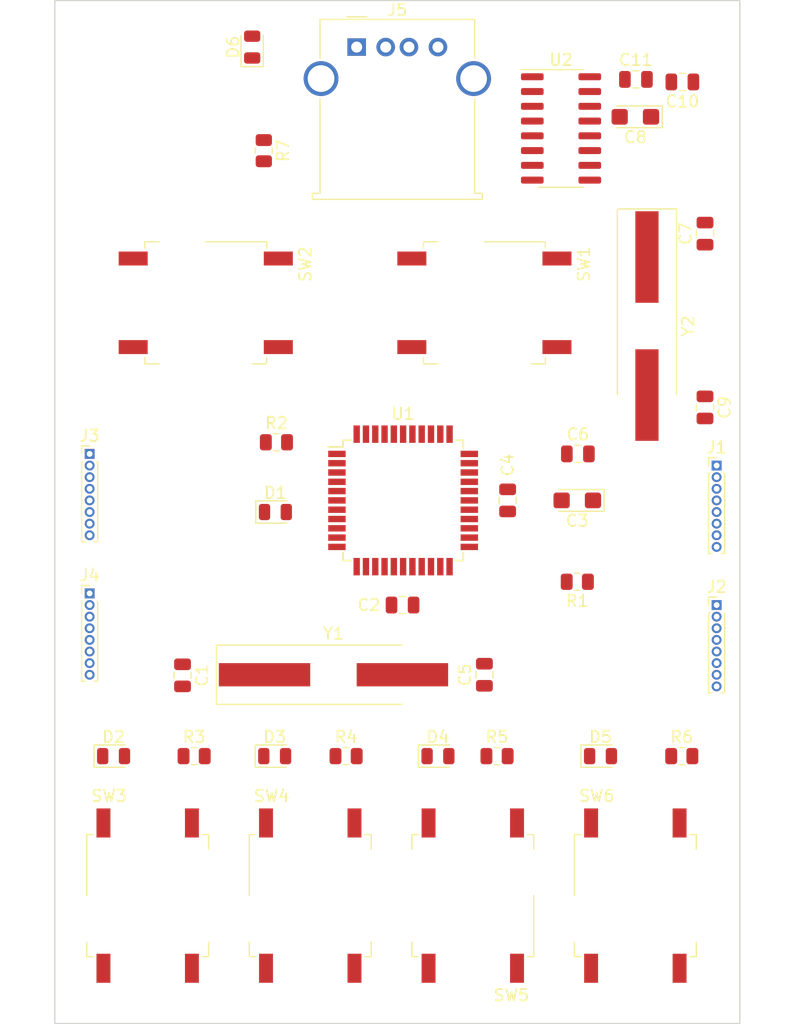
<source format=kicad_pcb>
(kicad_pcb (version 20171130) (host pcbnew "(5.1.10)-1")

  (general
    (thickness 1.6)
    (drawings 4)
    (tracks 0)
    (zones 0)
    (modules 39)
    (nets 56)
  )

  (page A4)
  (layers
    (0 F.Cu signal)
    (31 B.Cu signal)
    (32 B.Adhes user)
    (33 F.Adhes user)
    (34 B.Paste user)
    (35 F.Paste user)
    (36 B.SilkS user)
    (37 F.SilkS user)
    (38 B.Mask user)
    (39 F.Mask user)
    (40 Dwgs.User user)
    (41 Cmts.User user)
    (42 Eco1.User user)
    (43 Eco2.User user)
    (44 Edge.Cuts user)
    (45 Margin user)
    (46 B.CrtYd user)
    (47 F.CrtYd user)
    (48 B.Fab user)
    (49 F.Fab user)
  )

  (setup
    (last_trace_width 0.25)
    (trace_clearance 0.2)
    (zone_clearance 0.508)
    (zone_45_only no)
    (trace_min 0.2)
    (via_size 0.8)
    (via_drill 0.4)
    (via_min_size 0.4)
    (via_min_drill 0.3)
    (uvia_size 0.3)
    (uvia_drill 0.1)
    (uvias_allowed no)
    (uvia_min_size 0.2)
    (uvia_min_drill 0.1)
    (edge_width 0.05)
    (segment_width 0.2)
    (pcb_text_width 0.3)
    (pcb_text_size 1.5 1.5)
    (mod_edge_width 0.12)
    (mod_text_size 1 1)
    (mod_text_width 0.15)
    (pad_size 1.524 1.524)
    (pad_drill 0.762)
    (pad_to_mask_clearance 0)
    (aux_axis_origin 0 0)
    (visible_elements 7FFFFFFF)
    (pcbplotparams
      (layerselection 0x010fc_ffffffff)
      (usegerberextensions false)
      (usegerberattributes true)
      (usegerberadvancedattributes true)
      (creategerberjobfile true)
      (excludeedgelayer true)
      (linewidth 0.100000)
      (plotframeref false)
      (viasonmask false)
      (mode 1)
      (useauxorigin false)
      (hpglpennumber 1)
      (hpglpenspeed 20)
      (hpglpendiameter 15.000000)
      (psnegative false)
      (psa4output false)
      (plotreference true)
      (plotvalue true)
      (plotinvisibletext false)
      (padsonsilk false)
      (subtractmaskfromsilk false)
      (outputformat 1)
      (mirror false)
      (drillshape 1)
      (scaleselection 1)
      (outputdirectory ""))
  )

  (net 0 "")
  (net 1 GND)
  (net 2 AVR_XTAL2)
  (net 3 +5V)
  (net 4 "Net-(C3-Pad1)")
  (net 5 AVR_XTAL1)
  (net 6 "Net-(C6-Pad1)")
  (net 7 "Net-(C7-Pad1)")
  (net 8 "Net-(C9-Pad1)")
  (net 9 "Net-(D1-Pad2)")
  (net 10 AVR_PB4)
  (net 11 "Net-(D2-Pad1)")
  (net 12 AVR_PB5)
  (net 13 "Net-(D3-Pad1)")
  (net 14 AVR_PB6)
  (net 15 "Net-(D4-Pad1)")
  (net 16 AVR_PB7)
  (net 17 "Net-(D5-Pad1)")
  (net 18 "Net-(D6-Pad1)")
  (net 19 "Net-(J1-Pad8)")
  (net 20 "Net-(J1-Pad7)")
  (net 21 "Net-(J1-Pad6)")
  (net 22 "Net-(J1-Pad5)")
  (net 23 "Net-(J1-Pad4)")
  (net 24 "Net-(J1-Pad3)")
  (net 25 "Net-(J1-Pad2)")
  (net 26 "Net-(J1-Pad1)")
  (net 27 "Net-(J2-Pad8)")
  (net 28 "Net-(J2-Pad7)")
  (net 29 "Net-(J2-Pad6)")
  (net 30 "Net-(J2-Pad5)")
  (net 31 "Net-(J2-Pad4)")
  (net 32 "Net-(J2-Pad3)")
  (net 33 "Net-(J2-Pad2)")
  (net 34 "Net-(J2-Pad1)")
  (net 35 AVR_PB3)
  (net 36 AVR_PB2)
  (net 37 AVR_PB1)
  (net 38 AVR_PB0)
  (net 39 AVR_PD7)
  (net 40 AVR_PD6)
  (net 41 AVR_PD5)
  (net 42 AVR_PD4)
  (net 43 AVR_TXD)
  (net 44 AVR_RXD)
  (net 45 AVR_PD1)
  (net 46 AVR_PD0)
  (net 47 USB_D+)
  (net 48 USB_D-)
  (net 49 "Net-(U2-Pad15)")
  (net 50 "Net-(U2-Pad14)")
  (net 51 "Net-(U2-Pad13)")
  (net 52 "Net-(U2-Pad12)")
  (net 53 "Net-(U2-Pad11)")
  (net 54 "Net-(U2-Pad10)")
  (net 55 "Net-(U2-Pad9)")

  (net_class Default "This is the default net class."
    (clearance 0.2)
    (trace_width 0.25)
    (via_dia 0.8)
    (via_drill 0.4)
    (uvia_dia 0.3)
    (uvia_drill 0.1)
    (add_net +5V)
    (add_net AVR_PB0)
    (add_net AVR_PB1)
    (add_net AVR_PB2)
    (add_net AVR_PB3)
    (add_net AVR_PB4)
    (add_net AVR_PB5)
    (add_net AVR_PB6)
    (add_net AVR_PB7)
    (add_net AVR_PD0)
    (add_net AVR_PD1)
    (add_net AVR_PD4)
    (add_net AVR_PD5)
    (add_net AVR_PD6)
    (add_net AVR_PD7)
    (add_net AVR_RXD)
    (add_net AVR_TXD)
    (add_net AVR_XTAL1)
    (add_net AVR_XTAL2)
    (add_net GND)
    (add_net "Net-(C3-Pad1)")
    (add_net "Net-(C6-Pad1)")
    (add_net "Net-(C7-Pad1)")
    (add_net "Net-(C9-Pad1)")
    (add_net "Net-(D1-Pad2)")
    (add_net "Net-(D2-Pad1)")
    (add_net "Net-(D3-Pad1)")
    (add_net "Net-(D4-Pad1)")
    (add_net "Net-(D5-Pad1)")
    (add_net "Net-(D6-Pad1)")
    (add_net "Net-(J1-Pad1)")
    (add_net "Net-(J1-Pad2)")
    (add_net "Net-(J1-Pad3)")
    (add_net "Net-(J1-Pad4)")
    (add_net "Net-(J1-Pad5)")
    (add_net "Net-(J1-Pad6)")
    (add_net "Net-(J1-Pad7)")
    (add_net "Net-(J1-Pad8)")
    (add_net "Net-(J2-Pad1)")
    (add_net "Net-(J2-Pad2)")
    (add_net "Net-(J2-Pad3)")
    (add_net "Net-(J2-Pad4)")
    (add_net "Net-(J2-Pad5)")
    (add_net "Net-(J2-Pad6)")
    (add_net "Net-(J2-Pad7)")
    (add_net "Net-(J2-Pad8)")
    (add_net "Net-(U2-Pad10)")
    (add_net "Net-(U2-Pad11)")
    (add_net "Net-(U2-Pad12)")
    (add_net "Net-(U2-Pad13)")
    (add_net "Net-(U2-Pad14)")
    (add_net "Net-(U2-Pad15)")
    (add_net "Net-(U2-Pad9)")
    (add_net USB_D+)
    (add_net USB_D-)
  )

  (module Connector_PinHeader_1.00mm:PinHeader_1x08_P1.00mm_Vertical (layer F.Cu) (tedit 59FED738) (tstamp 6292DEED)
    (at 40 94)
    (descr "Through hole straight pin header, 1x08, 1.00mm pitch, single row")
    (tags "Through hole pin header THT 1x08 1.00mm single row")
    (path /62A6E95D)
    (fp_text reference J4 (at 0 -1.56) (layer F.SilkS)
      (effects (font (size 1 1) (thickness 0.15)))
    )
    (fp_text value Conn_01x08_Female (at 0 8.56) (layer F.Fab)
      (effects (font (size 1 1) (thickness 0.15)))
    )
    (fp_text user %R (at 0 3.5 90) (layer F.Fab)
      (effects (font (size 0.76 0.76) (thickness 0.114)))
    )
    (fp_line (start -0.3175 -0.5) (end 0.635 -0.5) (layer F.Fab) (width 0.1))
    (fp_line (start 0.635 -0.5) (end 0.635 7.5) (layer F.Fab) (width 0.1))
    (fp_line (start 0.635 7.5) (end -0.635 7.5) (layer F.Fab) (width 0.1))
    (fp_line (start -0.635 7.5) (end -0.635 -0.1825) (layer F.Fab) (width 0.1))
    (fp_line (start -0.635 -0.1825) (end -0.3175 -0.5) (layer F.Fab) (width 0.1))
    (fp_line (start -0.695 7.56) (end -0.394493 7.56) (layer F.SilkS) (width 0.12))
    (fp_line (start 0.394493 7.56) (end 0.695 7.56) (layer F.SilkS) (width 0.12))
    (fp_line (start -0.695 0.685) (end -0.695 7.56) (layer F.SilkS) (width 0.12))
    (fp_line (start 0.695 0.685) (end 0.695 7.56) (layer F.SilkS) (width 0.12))
    (fp_line (start -0.695 0.685) (end -0.608276 0.685) (layer F.SilkS) (width 0.12))
    (fp_line (start 0.608276 0.685) (end 0.695 0.685) (layer F.SilkS) (width 0.12))
    (fp_line (start -0.695 0) (end -0.695 -0.685) (layer F.SilkS) (width 0.12))
    (fp_line (start -0.695 -0.685) (end 0 -0.685) (layer F.SilkS) (width 0.12))
    (fp_line (start -1.15 -1) (end -1.15 8) (layer F.CrtYd) (width 0.05))
    (fp_line (start -1.15 8) (end 1.15 8) (layer F.CrtYd) (width 0.05))
    (fp_line (start 1.15 8) (end 1.15 -1) (layer F.CrtYd) (width 0.05))
    (fp_line (start 1.15 -1) (end -1.15 -1) (layer F.CrtYd) (width 0.05))
    (pad 8 thru_hole oval (at 0 7) (size 0.85 0.85) (drill 0.5) (layers *.Cu *.Mask)
      (net 39 AVR_PD7))
    (pad 7 thru_hole oval (at 0 6) (size 0.85 0.85) (drill 0.5) (layers *.Cu *.Mask)
      (net 40 AVR_PD6))
    (pad 6 thru_hole oval (at 0 5) (size 0.85 0.85) (drill 0.5) (layers *.Cu *.Mask)
      (net 41 AVR_PD5))
    (pad 5 thru_hole oval (at 0 4) (size 0.85 0.85) (drill 0.5) (layers *.Cu *.Mask)
      (net 42 AVR_PD4))
    (pad 4 thru_hole oval (at 0 3) (size 0.85 0.85) (drill 0.5) (layers *.Cu *.Mask)
      (net 43 AVR_TXD))
    (pad 3 thru_hole oval (at 0 2) (size 0.85 0.85) (drill 0.5) (layers *.Cu *.Mask)
      (net 44 AVR_RXD))
    (pad 2 thru_hole oval (at 0 1) (size 0.85 0.85) (drill 0.5) (layers *.Cu *.Mask)
      (net 45 AVR_PD1))
    (pad 1 thru_hole rect (at 0 0) (size 0.85 0.85) (drill 0.5) (layers *.Cu *.Mask)
      (net 46 AVR_PD0))
    (model ${KISYS3DMOD}/Connector_PinHeader_1.00mm.3dshapes/PinHeader_1x08_P1.00mm_Vertical.wrl
      (at (xyz 0 0 0))
      (scale (xyz 1 1 1))
      (rotate (xyz 0 0 0))
    )
  )

  (module Connector_PinHeader_1.00mm:PinHeader_1x08_P1.00mm_Vertical (layer F.Cu) (tedit 59FED738) (tstamp 6292DEBA)
    (at 40 82)
    (descr "Through hole straight pin header, 1x08, 1.00mm pitch, single row")
    (tags "Through hole pin header THT 1x08 1.00mm single row")
    (path /62A6D30E)
    (fp_text reference J3 (at 0 -1.56) (layer F.SilkS)
      (effects (font (size 1 1) (thickness 0.15)))
    )
    (fp_text value Conn_01x08_Female (at 0 8.56) (layer F.Fab)
      (effects (font (size 1 1) (thickness 0.15)))
    )
    (fp_text user %R (at 0 3.5 90) (layer F.Fab)
      (effects (font (size 0.76 0.76) (thickness 0.114)))
    )
    (fp_line (start -0.3175 -0.5) (end 0.635 -0.5) (layer F.Fab) (width 0.1))
    (fp_line (start 0.635 -0.5) (end 0.635 7.5) (layer F.Fab) (width 0.1))
    (fp_line (start 0.635 7.5) (end -0.635 7.5) (layer F.Fab) (width 0.1))
    (fp_line (start -0.635 7.5) (end -0.635 -0.1825) (layer F.Fab) (width 0.1))
    (fp_line (start -0.635 -0.1825) (end -0.3175 -0.5) (layer F.Fab) (width 0.1))
    (fp_line (start -0.695 7.56) (end -0.394493 7.56) (layer F.SilkS) (width 0.12))
    (fp_line (start 0.394493 7.56) (end 0.695 7.56) (layer F.SilkS) (width 0.12))
    (fp_line (start -0.695 0.685) (end -0.695 7.56) (layer F.SilkS) (width 0.12))
    (fp_line (start 0.695 0.685) (end 0.695 7.56) (layer F.SilkS) (width 0.12))
    (fp_line (start -0.695 0.685) (end -0.608276 0.685) (layer F.SilkS) (width 0.12))
    (fp_line (start 0.608276 0.685) (end 0.695 0.685) (layer F.SilkS) (width 0.12))
    (fp_line (start -0.695 0) (end -0.695 -0.685) (layer F.SilkS) (width 0.12))
    (fp_line (start -0.695 -0.685) (end 0 -0.685) (layer F.SilkS) (width 0.12))
    (fp_line (start -1.15 -1) (end -1.15 8) (layer F.CrtYd) (width 0.05))
    (fp_line (start -1.15 8) (end 1.15 8) (layer F.CrtYd) (width 0.05))
    (fp_line (start 1.15 8) (end 1.15 -1) (layer F.CrtYd) (width 0.05))
    (fp_line (start 1.15 -1) (end -1.15 -1) (layer F.CrtYd) (width 0.05))
    (pad 8 thru_hole oval (at 0 7) (size 0.85 0.85) (drill 0.5) (layers *.Cu *.Mask)
      (net 16 AVR_PB7))
    (pad 7 thru_hole oval (at 0 6) (size 0.85 0.85) (drill 0.5) (layers *.Cu *.Mask)
      (net 14 AVR_PB6))
    (pad 6 thru_hole oval (at 0 5) (size 0.85 0.85) (drill 0.5) (layers *.Cu *.Mask)
      (net 12 AVR_PB5))
    (pad 5 thru_hole oval (at 0 4) (size 0.85 0.85) (drill 0.5) (layers *.Cu *.Mask)
      (net 10 AVR_PB4))
    (pad 4 thru_hole oval (at 0 3) (size 0.85 0.85) (drill 0.5) (layers *.Cu *.Mask)
      (net 35 AVR_PB3))
    (pad 3 thru_hole oval (at 0 2) (size 0.85 0.85) (drill 0.5) (layers *.Cu *.Mask)
      (net 36 AVR_PB2))
    (pad 2 thru_hole oval (at 0 1) (size 0.85 0.85) (drill 0.5) (layers *.Cu *.Mask)
      (net 37 AVR_PB1))
    (pad 1 thru_hole rect (at 0 0) (size 0.85 0.85) (drill 0.5) (layers *.Cu *.Mask)
      (net 38 AVR_PB0))
    (model ${KISYS3DMOD}/Connector_PinHeader_1.00mm.3dshapes/PinHeader_1x08_P1.00mm_Vertical.wrl
      (at (xyz 0 0 0))
      (scale (xyz 1 1 1))
      (rotate (xyz 0 0 0))
    )
  )

  (module Connector_PinHeader_1.00mm:PinHeader_1x08_P1.00mm_Vertical (layer F.Cu) (tedit 59FED738) (tstamp 6292DE87)
    (at 94 95)
    (descr "Through hole straight pin header, 1x08, 1.00mm pitch, single row")
    (tags "Through hole pin header THT 1x08 1.00mm single row")
    (path /62A5BB29)
    (fp_text reference J2 (at 0 -1.56) (layer F.SilkS)
      (effects (font (size 1 1) (thickness 0.15)))
    )
    (fp_text value Conn_01x08_Female (at 0 8.56) (layer F.Fab)
      (effects (font (size 1 1) (thickness 0.15)))
    )
    (fp_text user %R (at 0 3.5 90) (layer F.Fab)
      (effects (font (size 0.76 0.76) (thickness 0.114)))
    )
    (fp_line (start -0.3175 -0.5) (end 0.635 -0.5) (layer F.Fab) (width 0.1))
    (fp_line (start 0.635 -0.5) (end 0.635 7.5) (layer F.Fab) (width 0.1))
    (fp_line (start 0.635 7.5) (end -0.635 7.5) (layer F.Fab) (width 0.1))
    (fp_line (start -0.635 7.5) (end -0.635 -0.1825) (layer F.Fab) (width 0.1))
    (fp_line (start -0.635 -0.1825) (end -0.3175 -0.5) (layer F.Fab) (width 0.1))
    (fp_line (start -0.695 7.56) (end -0.394493 7.56) (layer F.SilkS) (width 0.12))
    (fp_line (start 0.394493 7.56) (end 0.695 7.56) (layer F.SilkS) (width 0.12))
    (fp_line (start -0.695 0.685) (end -0.695 7.56) (layer F.SilkS) (width 0.12))
    (fp_line (start 0.695 0.685) (end 0.695 7.56) (layer F.SilkS) (width 0.12))
    (fp_line (start -0.695 0.685) (end -0.608276 0.685) (layer F.SilkS) (width 0.12))
    (fp_line (start 0.608276 0.685) (end 0.695 0.685) (layer F.SilkS) (width 0.12))
    (fp_line (start -0.695 0) (end -0.695 -0.685) (layer F.SilkS) (width 0.12))
    (fp_line (start -0.695 -0.685) (end 0 -0.685) (layer F.SilkS) (width 0.12))
    (fp_line (start -1.15 -1) (end -1.15 8) (layer F.CrtYd) (width 0.05))
    (fp_line (start -1.15 8) (end 1.15 8) (layer F.CrtYd) (width 0.05))
    (fp_line (start 1.15 8) (end 1.15 -1) (layer F.CrtYd) (width 0.05))
    (fp_line (start 1.15 -1) (end -1.15 -1) (layer F.CrtYd) (width 0.05))
    (pad 8 thru_hole oval (at 0 7) (size 0.85 0.85) (drill 0.5) (layers *.Cu *.Mask)
      (net 27 "Net-(J2-Pad8)"))
    (pad 7 thru_hole oval (at 0 6) (size 0.85 0.85) (drill 0.5) (layers *.Cu *.Mask)
      (net 28 "Net-(J2-Pad7)"))
    (pad 6 thru_hole oval (at 0 5) (size 0.85 0.85) (drill 0.5) (layers *.Cu *.Mask)
      (net 29 "Net-(J2-Pad6)"))
    (pad 5 thru_hole oval (at 0 4) (size 0.85 0.85) (drill 0.5) (layers *.Cu *.Mask)
      (net 30 "Net-(J2-Pad5)"))
    (pad 4 thru_hole oval (at 0 3) (size 0.85 0.85) (drill 0.5) (layers *.Cu *.Mask)
      (net 31 "Net-(J2-Pad4)"))
    (pad 3 thru_hole oval (at 0 2) (size 0.85 0.85) (drill 0.5) (layers *.Cu *.Mask)
      (net 32 "Net-(J2-Pad3)"))
    (pad 2 thru_hole oval (at 0 1) (size 0.85 0.85) (drill 0.5) (layers *.Cu *.Mask)
      (net 33 "Net-(J2-Pad2)"))
    (pad 1 thru_hole rect (at 0 0) (size 0.85 0.85) (drill 0.5) (layers *.Cu *.Mask)
      (net 34 "Net-(J2-Pad1)"))
    (model ${KISYS3DMOD}/Connector_PinHeader_1.00mm.3dshapes/PinHeader_1x08_P1.00mm_Vertical.wrl
      (at (xyz 0 0 0))
      (scale (xyz 1 1 1))
      (rotate (xyz 0 0 0))
    )
  )

  (module Connector_PinHeader_1.00mm:PinHeader_1x08_P1.00mm_Vertical (layer F.Cu) (tedit 59FED738) (tstamp 6292DE54)
    (at 94 83)
    (descr "Through hole straight pin header, 1x08, 1.00mm pitch, single row")
    (tags "Through hole pin header THT 1x08 1.00mm single row")
    (path /62A6BDBB)
    (fp_text reference J1 (at 0 -1.56) (layer F.SilkS)
      (effects (font (size 1 1) (thickness 0.15)))
    )
    (fp_text value Conn_01x08_Female (at 0 8.56) (layer F.Fab)
      (effects (font (size 1 1) (thickness 0.15)))
    )
    (fp_text user %R (at 0 3.5 90) (layer F.Fab)
      (effects (font (size 0.76 0.76) (thickness 0.114)))
    )
    (fp_line (start -0.3175 -0.5) (end 0.635 -0.5) (layer F.Fab) (width 0.1))
    (fp_line (start 0.635 -0.5) (end 0.635 7.5) (layer F.Fab) (width 0.1))
    (fp_line (start 0.635 7.5) (end -0.635 7.5) (layer F.Fab) (width 0.1))
    (fp_line (start -0.635 7.5) (end -0.635 -0.1825) (layer F.Fab) (width 0.1))
    (fp_line (start -0.635 -0.1825) (end -0.3175 -0.5) (layer F.Fab) (width 0.1))
    (fp_line (start -0.695 7.56) (end -0.394493 7.56) (layer F.SilkS) (width 0.12))
    (fp_line (start 0.394493 7.56) (end 0.695 7.56) (layer F.SilkS) (width 0.12))
    (fp_line (start -0.695 0.685) (end -0.695 7.56) (layer F.SilkS) (width 0.12))
    (fp_line (start 0.695 0.685) (end 0.695 7.56) (layer F.SilkS) (width 0.12))
    (fp_line (start -0.695 0.685) (end -0.608276 0.685) (layer F.SilkS) (width 0.12))
    (fp_line (start 0.608276 0.685) (end 0.695 0.685) (layer F.SilkS) (width 0.12))
    (fp_line (start -0.695 0) (end -0.695 -0.685) (layer F.SilkS) (width 0.12))
    (fp_line (start -0.695 -0.685) (end 0 -0.685) (layer F.SilkS) (width 0.12))
    (fp_line (start -1.15 -1) (end -1.15 8) (layer F.CrtYd) (width 0.05))
    (fp_line (start -1.15 8) (end 1.15 8) (layer F.CrtYd) (width 0.05))
    (fp_line (start 1.15 8) (end 1.15 -1) (layer F.CrtYd) (width 0.05))
    (fp_line (start 1.15 -1) (end -1.15 -1) (layer F.CrtYd) (width 0.05))
    (pad 8 thru_hole oval (at 0 7) (size 0.85 0.85) (drill 0.5) (layers *.Cu *.Mask)
      (net 19 "Net-(J1-Pad8)"))
    (pad 7 thru_hole oval (at 0 6) (size 0.85 0.85) (drill 0.5) (layers *.Cu *.Mask)
      (net 20 "Net-(J1-Pad7)"))
    (pad 6 thru_hole oval (at 0 5) (size 0.85 0.85) (drill 0.5) (layers *.Cu *.Mask)
      (net 21 "Net-(J1-Pad6)"))
    (pad 5 thru_hole oval (at 0 4) (size 0.85 0.85) (drill 0.5) (layers *.Cu *.Mask)
      (net 22 "Net-(J1-Pad5)"))
    (pad 4 thru_hole oval (at 0 3) (size 0.85 0.85) (drill 0.5) (layers *.Cu *.Mask)
      (net 23 "Net-(J1-Pad4)"))
    (pad 3 thru_hole oval (at 0 2) (size 0.85 0.85) (drill 0.5) (layers *.Cu *.Mask)
      (net 24 "Net-(J1-Pad3)"))
    (pad 2 thru_hole oval (at 0 1) (size 0.85 0.85) (drill 0.5) (layers *.Cu *.Mask)
      (net 25 "Net-(J1-Pad2)"))
    (pad 1 thru_hole rect (at 0 0) (size 0.85 0.85) (drill 0.5) (layers *.Cu *.Mask)
      (net 26 "Net-(J1-Pad1)"))
    (model ${KISYS3DMOD}/Connector_PinHeader_1.00mm.3dshapes/PinHeader_1x08_P1.00mm_Vertical.wrl
      (at (xyz 0 0 0))
      (scale (xyz 1 1 1))
      (rotate (xyz 0 0 0))
    )
  )

  (module Crystal:Crystal_SMD_HC49-SD_HandSoldering (layer F.Cu) (tedit 5A1AD52C) (tstamp 6292E0BE)
    (at 88 71 270)
    (descr "SMD Crystal HC-49-SD http://cdn-reichelt.de/documents/datenblatt/B400/xxx-HC49-SMD.pdf, hand-soldering, 11.4x4.7mm^2 package")
    (tags "SMD SMT crystal hand-soldering")
    (path /62A30269)
    (attr smd)
    (fp_text reference Y2 (at 0 -3.55 90) (layer F.SilkS)
      (effects (font (size 1 1) (thickness 0.15)))
    )
    (fp_text value 12MHz (at 0 3.55 90) (layer F.Fab)
      (effects (font (size 1 1) (thickness 0.15)))
    )
    (fp_line (start 10.2 -2.6) (end -10.2 -2.6) (layer F.CrtYd) (width 0.05))
    (fp_line (start 10.2 2.6) (end 10.2 -2.6) (layer F.CrtYd) (width 0.05))
    (fp_line (start -10.2 2.6) (end 10.2 2.6) (layer F.CrtYd) (width 0.05))
    (fp_line (start -10.2 -2.6) (end -10.2 2.6) (layer F.CrtYd) (width 0.05))
    (fp_line (start -10.075 2.55) (end 5.9 2.55) (layer F.SilkS) (width 0.12))
    (fp_line (start -10.075 -2.55) (end -10.075 2.55) (layer F.SilkS) (width 0.12))
    (fp_line (start 5.9 -2.55) (end -10.075 -2.55) (layer F.SilkS) (width 0.12))
    (fp_line (start -3.015 2.115) (end 3.015 2.115) (layer F.Fab) (width 0.1))
    (fp_line (start -3.015 -2.115) (end 3.015 -2.115) (layer F.Fab) (width 0.1))
    (fp_line (start 5.7 -2.35) (end -5.7 -2.35) (layer F.Fab) (width 0.1))
    (fp_line (start 5.7 2.35) (end 5.7 -2.35) (layer F.Fab) (width 0.1))
    (fp_line (start -5.7 2.35) (end 5.7 2.35) (layer F.Fab) (width 0.1))
    (fp_line (start -5.7 -2.35) (end -5.7 2.35) (layer F.Fab) (width 0.1))
    (fp_arc (start 3.015 0) (end 3.015 -2.115) (angle 180) (layer F.Fab) (width 0.1))
    (fp_arc (start -3.015 0) (end -3.015 -2.115) (angle -180) (layer F.Fab) (width 0.1))
    (fp_text user %R (at 0 0 90) (layer F.Fab)
      (effects (font (size 1 1) (thickness 0.15)))
    )
    (pad 2 smd rect (at 5.9375 0 270) (size 7.875 2) (layers F.Cu F.Paste F.Mask)
      (net 8 "Net-(C9-Pad1)"))
    (pad 1 smd rect (at -5.9375 0 270) (size 7.875 2) (layers F.Cu F.Paste F.Mask)
      (net 7 "Net-(C7-Pad1)"))
    (model ${KISYS3DMOD}/Crystal.3dshapes/Crystal_SMD_HC49-SD.wrl
      (at (xyz 0 0 0))
      (scale (xyz 1 1 1))
      (rotate (xyz 0 0 0))
    )
  )

  (module Crystal:Crystal_SMD_HC49-SD_HandSoldering (layer F.Cu) (tedit 5A1AD52C) (tstamp 6292E0A8)
    (at 61 101)
    (descr "SMD Crystal HC-49-SD http://cdn-reichelt.de/documents/datenblatt/B400/xxx-HC49-SMD.pdf, hand-soldering, 11.4x4.7mm^2 package")
    (tags "SMD SMT crystal hand-soldering")
    (path /6294B556)
    (attr smd)
    (fp_text reference Y1 (at 0 -3.55) (layer F.SilkS)
      (effects (font (size 1 1) (thickness 0.15)))
    )
    (fp_text value 20MHz (at 0 3.55) (layer F.Fab)
      (effects (font (size 1 1) (thickness 0.15)))
    )
    (fp_line (start 10.2 -2.6) (end -10.2 -2.6) (layer F.CrtYd) (width 0.05))
    (fp_line (start 10.2 2.6) (end 10.2 -2.6) (layer F.CrtYd) (width 0.05))
    (fp_line (start -10.2 2.6) (end 10.2 2.6) (layer F.CrtYd) (width 0.05))
    (fp_line (start -10.2 -2.6) (end -10.2 2.6) (layer F.CrtYd) (width 0.05))
    (fp_line (start -10.075 2.55) (end 5.9 2.55) (layer F.SilkS) (width 0.12))
    (fp_line (start -10.075 -2.55) (end -10.075 2.55) (layer F.SilkS) (width 0.12))
    (fp_line (start 5.9 -2.55) (end -10.075 -2.55) (layer F.SilkS) (width 0.12))
    (fp_line (start -3.015 2.115) (end 3.015 2.115) (layer F.Fab) (width 0.1))
    (fp_line (start -3.015 -2.115) (end 3.015 -2.115) (layer F.Fab) (width 0.1))
    (fp_line (start 5.7 -2.35) (end -5.7 -2.35) (layer F.Fab) (width 0.1))
    (fp_line (start 5.7 2.35) (end 5.7 -2.35) (layer F.Fab) (width 0.1))
    (fp_line (start -5.7 2.35) (end 5.7 2.35) (layer F.Fab) (width 0.1))
    (fp_line (start -5.7 -2.35) (end -5.7 2.35) (layer F.Fab) (width 0.1))
    (fp_arc (start 3.015 0) (end 3.015 -2.115) (angle 180) (layer F.Fab) (width 0.1))
    (fp_arc (start -3.015 0) (end -3.015 -2.115) (angle -180) (layer F.Fab) (width 0.1))
    (fp_text user %R (at 0 0) (layer F.Fab)
      (effects (font (size 1 1) (thickness 0.15)))
    )
    (pad 2 smd rect (at 5.9375 0) (size 7.875 2) (layers F.Cu F.Paste F.Mask)
      (net 5 AVR_XTAL1))
    (pad 1 smd rect (at -5.9375 0) (size 7.875 2) (layers F.Cu F.Paste F.Mask)
      (net 2 AVR_XTAL2))
    (model ${KISYS3DMOD}/Crystal.3dshapes/Crystal_SMD_HC49-SD.wrl
      (at (xyz 0 0 0))
      (scale (xyz 1 1 1))
      (rotate (xyz 0 0 0))
    )
  )

  (module Package_SO:SOIC-16_3.9x9.9mm_P1.27mm (layer F.Cu) (tedit 5D9F72B1) (tstamp 6292E092)
    (at 80.6 54)
    (descr "SOIC, 16 Pin (JEDEC MS-012AC, https://www.analog.com/media/en/package-pcb-resources/package/pkg_pdf/soic_narrow-r/r_16.pdf), generated with kicad-footprint-generator ipc_gullwing_generator.py")
    (tags "SOIC SO")
    (path /62A2587A)
    (attr smd)
    (fp_text reference U2 (at 0 -5.9) (layer F.SilkS)
      (effects (font (size 1 1) (thickness 0.15)))
    )
    (fp_text value CH340G (at 0 5.9) (layer F.Fab)
      (effects (font (size 1 1) (thickness 0.15)))
    )
    (fp_line (start 3.7 -5.2) (end -3.7 -5.2) (layer F.CrtYd) (width 0.05))
    (fp_line (start 3.7 5.2) (end 3.7 -5.2) (layer F.CrtYd) (width 0.05))
    (fp_line (start -3.7 5.2) (end 3.7 5.2) (layer F.CrtYd) (width 0.05))
    (fp_line (start -3.7 -5.2) (end -3.7 5.2) (layer F.CrtYd) (width 0.05))
    (fp_line (start -1.95 -3.975) (end -0.975 -4.95) (layer F.Fab) (width 0.1))
    (fp_line (start -1.95 4.95) (end -1.95 -3.975) (layer F.Fab) (width 0.1))
    (fp_line (start 1.95 4.95) (end -1.95 4.95) (layer F.Fab) (width 0.1))
    (fp_line (start 1.95 -4.95) (end 1.95 4.95) (layer F.Fab) (width 0.1))
    (fp_line (start -0.975 -4.95) (end 1.95 -4.95) (layer F.Fab) (width 0.1))
    (fp_line (start 0 -5.06) (end -3.45 -5.06) (layer F.SilkS) (width 0.12))
    (fp_line (start 0 -5.06) (end 1.95 -5.06) (layer F.SilkS) (width 0.12))
    (fp_line (start 0 5.06) (end -1.95 5.06) (layer F.SilkS) (width 0.12))
    (fp_line (start 0 5.06) (end 1.95 5.06) (layer F.SilkS) (width 0.12))
    (fp_text user %R (at 0 0) (layer F.Fab)
      (effects (font (size 0.98 0.98) (thickness 0.15)))
    )
    (pad 16 smd roundrect (at 2.475 -4.445) (size 1.95 0.6) (layers F.Cu F.Paste F.Mask) (roundrect_rratio 0.25)
      (net 3 +5V))
    (pad 15 smd roundrect (at 2.475 -3.175) (size 1.95 0.6) (layers F.Cu F.Paste F.Mask) (roundrect_rratio 0.25)
      (net 49 "Net-(U2-Pad15)"))
    (pad 14 smd roundrect (at 2.475 -1.905) (size 1.95 0.6) (layers F.Cu F.Paste F.Mask) (roundrect_rratio 0.25)
      (net 50 "Net-(U2-Pad14)"))
    (pad 13 smd roundrect (at 2.475 -0.635) (size 1.95 0.6) (layers F.Cu F.Paste F.Mask) (roundrect_rratio 0.25)
      (net 51 "Net-(U2-Pad13)"))
    (pad 12 smd roundrect (at 2.475 0.635) (size 1.95 0.6) (layers F.Cu F.Paste F.Mask) (roundrect_rratio 0.25)
      (net 52 "Net-(U2-Pad12)"))
    (pad 11 smd roundrect (at 2.475 1.905) (size 1.95 0.6) (layers F.Cu F.Paste F.Mask) (roundrect_rratio 0.25)
      (net 53 "Net-(U2-Pad11)"))
    (pad 10 smd roundrect (at 2.475 3.175) (size 1.95 0.6) (layers F.Cu F.Paste F.Mask) (roundrect_rratio 0.25)
      (net 54 "Net-(U2-Pad10)"))
    (pad 9 smd roundrect (at 2.475 4.445) (size 1.95 0.6) (layers F.Cu F.Paste F.Mask) (roundrect_rratio 0.25)
      (net 55 "Net-(U2-Pad9)"))
    (pad 8 smd roundrect (at -2.475 4.445) (size 1.95 0.6) (layers F.Cu F.Paste F.Mask) (roundrect_rratio 0.25)
      (net 8 "Net-(C9-Pad1)"))
    (pad 7 smd roundrect (at -2.475 3.175) (size 1.95 0.6) (layers F.Cu F.Paste F.Mask) (roundrect_rratio 0.25)
      (net 7 "Net-(C7-Pad1)"))
    (pad 6 smd roundrect (at -2.475 1.905) (size 1.95 0.6) (layers F.Cu F.Paste F.Mask) (roundrect_rratio 0.25)
      (net 48 USB_D-))
    (pad 5 smd roundrect (at -2.475 0.635) (size 1.95 0.6) (layers F.Cu F.Paste F.Mask) (roundrect_rratio 0.25)
      (net 47 USB_D+))
    (pad 4 smd roundrect (at -2.475 -0.635) (size 1.95 0.6) (layers F.Cu F.Paste F.Mask) (roundrect_rratio 0.25)
      (net 1 GND))
    (pad 3 smd roundrect (at -2.475 -1.905) (size 1.95 0.6) (layers F.Cu F.Paste F.Mask) (roundrect_rratio 0.25)
      (net 43 AVR_TXD))
    (pad 2 smd roundrect (at -2.475 -3.175) (size 1.95 0.6) (layers F.Cu F.Paste F.Mask) (roundrect_rratio 0.25)
      (net 44 AVR_RXD))
    (pad 1 smd roundrect (at -2.475 -4.445) (size 1.95 0.6) (layers F.Cu F.Paste F.Mask) (roundrect_rratio 0.25)
      (net 1 GND))
    (model ${KISYS3DMOD}/Package_SO.3dshapes/SOIC-16_3.9x9.9mm_P1.27mm.wrl
      (at (xyz 0 0 0))
      (scale (xyz 1 1 1))
      (rotate (xyz 0 0 0))
    )
  )

  (module Package_QFP:TQFP-44_10x10mm_P0.8mm (layer F.Cu) (tedit 5A02F146) (tstamp 6292E070)
    (at 67 86)
    (descr "44-Lead Plastic Thin Quad Flatpack (PT) - 10x10x1.0 mm Body [TQFP] (see Microchip Packaging Specification 00000049BS.pdf)")
    (tags "QFP 0.8")
    (path /62925F1B)
    (attr smd)
    (fp_text reference U1 (at 0 -7.45) (layer F.SilkS)
      (effects (font (size 1 1) (thickness 0.15)))
    )
    (fp_text value ATmega16A-AU (at 0 7.45) (layer F.Fab)
      (effects (font (size 1 1) (thickness 0.15)))
    )
    (fp_line (start -5.175 -4.6) (end -6.45 -4.6) (layer F.SilkS) (width 0.15))
    (fp_line (start 5.175 -5.175) (end 4.5 -5.175) (layer F.SilkS) (width 0.15))
    (fp_line (start 5.175 5.175) (end 4.5 5.175) (layer F.SilkS) (width 0.15))
    (fp_line (start -5.175 5.175) (end -4.5 5.175) (layer F.SilkS) (width 0.15))
    (fp_line (start -5.175 -5.175) (end -4.5 -5.175) (layer F.SilkS) (width 0.15))
    (fp_line (start -5.175 5.175) (end -5.175 4.5) (layer F.SilkS) (width 0.15))
    (fp_line (start 5.175 5.175) (end 5.175 4.5) (layer F.SilkS) (width 0.15))
    (fp_line (start 5.175 -5.175) (end 5.175 -4.5) (layer F.SilkS) (width 0.15))
    (fp_line (start -5.175 -5.175) (end -5.175 -4.6) (layer F.SilkS) (width 0.15))
    (fp_line (start -6.7 6.7) (end 6.7 6.7) (layer F.CrtYd) (width 0.05))
    (fp_line (start -6.7 -6.7) (end 6.7 -6.7) (layer F.CrtYd) (width 0.05))
    (fp_line (start 6.7 -6.7) (end 6.7 6.7) (layer F.CrtYd) (width 0.05))
    (fp_line (start -6.7 -6.7) (end -6.7 6.7) (layer F.CrtYd) (width 0.05))
    (fp_line (start -5 -4) (end -4 -5) (layer F.Fab) (width 0.15))
    (fp_line (start -5 5) (end -5 -4) (layer F.Fab) (width 0.15))
    (fp_line (start 5 5) (end -5 5) (layer F.Fab) (width 0.15))
    (fp_line (start 5 -5) (end 5 5) (layer F.Fab) (width 0.15))
    (fp_line (start -4 -5) (end 5 -5) (layer F.Fab) (width 0.15))
    (fp_text user %R (at 0 0) (layer F.Fab)
      (effects (font (size 1 1) (thickness 0.15)))
    )
    (pad 44 smd rect (at -4 -5.7 90) (size 1.5 0.55) (layers F.Cu F.Paste F.Mask)
      (net 10 AVR_PB4))
    (pad 43 smd rect (at -3.2 -5.7 90) (size 1.5 0.55) (layers F.Cu F.Paste F.Mask)
      (net 35 AVR_PB3))
    (pad 42 smd rect (at -2.4 -5.7 90) (size 1.5 0.55) (layers F.Cu F.Paste F.Mask)
      (net 36 AVR_PB2))
    (pad 41 smd rect (at -1.6 -5.7 90) (size 1.5 0.55) (layers F.Cu F.Paste F.Mask)
      (net 37 AVR_PB1))
    (pad 40 smd rect (at -0.8 -5.7 90) (size 1.5 0.55) (layers F.Cu F.Paste F.Mask)
      (net 38 AVR_PB0))
    (pad 39 smd rect (at 0 -5.7 90) (size 1.5 0.55) (layers F.Cu F.Paste F.Mask)
      (net 1 GND))
    (pad 38 smd rect (at 0.8 -5.7 90) (size 1.5 0.55) (layers F.Cu F.Paste F.Mask)
      (net 3 +5V))
    (pad 37 smd rect (at 1.6 -5.7 90) (size 1.5 0.55) (layers F.Cu F.Paste F.Mask)
      (net 26 "Net-(J1-Pad1)"))
    (pad 36 smd rect (at 2.4 -5.7 90) (size 1.5 0.55) (layers F.Cu F.Paste F.Mask)
      (net 25 "Net-(J1-Pad2)"))
    (pad 35 smd rect (at 3.2 -5.7 90) (size 1.5 0.55) (layers F.Cu F.Paste F.Mask)
      (net 24 "Net-(J1-Pad3)"))
    (pad 34 smd rect (at 4 -5.7 90) (size 1.5 0.55) (layers F.Cu F.Paste F.Mask)
      (net 23 "Net-(J1-Pad4)"))
    (pad 33 smd rect (at 5.7 -4) (size 1.5 0.55) (layers F.Cu F.Paste F.Mask)
      (net 22 "Net-(J1-Pad5)"))
    (pad 32 smd rect (at 5.7 -3.2) (size 1.5 0.55) (layers F.Cu F.Paste F.Mask)
      (net 21 "Net-(J1-Pad6)"))
    (pad 31 smd rect (at 5.7 -2.4) (size 1.5 0.55) (layers F.Cu F.Paste F.Mask)
      (net 20 "Net-(J1-Pad7)"))
    (pad 30 smd rect (at 5.7 -1.6) (size 1.5 0.55) (layers F.Cu F.Paste F.Mask)
      (net 19 "Net-(J1-Pad8)"))
    (pad 29 smd rect (at 5.7 -0.8) (size 1.5 0.55) (layers F.Cu F.Paste F.Mask)
      (net 6 "Net-(C6-Pad1)"))
    (pad 28 smd rect (at 5.7 0) (size 1.5 0.55) (layers F.Cu F.Paste F.Mask)
      (net 1 GND))
    (pad 27 smd rect (at 5.7 0.8) (size 1.5 0.55) (layers F.Cu F.Paste F.Mask)
      (net 3 +5V))
    (pad 26 smd rect (at 5.7 1.6) (size 1.5 0.55) (layers F.Cu F.Paste F.Mask)
      (net 27 "Net-(J2-Pad8)"))
    (pad 25 smd rect (at 5.7 2.4) (size 1.5 0.55) (layers F.Cu F.Paste F.Mask)
      (net 28 "Net-(J2-Pad7)"))
    (pad 24 smd rect (at 5.7 3.2) (size 1.5 0.55) (layers F.Cu F.Paste F.Mask)
      (net 29 "Net-(J2-Pad6)"))
    (pad 23 smd rect (at 5.7 4) (size 1.5 0.55) (layers F.Cu F.Paste F.Mask)
      (net 30 "Net-(J2-Pad5)"))
    (pad 22 smd rect (at 4 5.7 90) (size 1.5 0.55) (layers F.Cu F.Paste F.Mask)
      (net 31 "Net-(J2-Pad4)"))
    (pad 21 smd rect (at 3.2 5.7 90) (size 1.5 0.55) (layers F.Cu F.Paste F.Mask)
      (net 32 "Net-(J2-Pad3)"))
    (pad 20 smd rect (at 2.4 5.7 90) (size 1.5 0.55) (layers F.Cu F.Paste F.Mask)
      (net 33 "Net-(J2-Pad2)"))
    (pad 19 smd rect (at 1.6 5.7 90) (size 1.5 0.55) (layers F.Cu F.Paste F.Mask)
      (net 34 "Net-(J2-Pad1)"))
    (pad 18 smd rect (at 0.8 5.7 90) (size 1.5 0.55) (layers F.Cu F.Paste F.Mask)
      (net 1 GND))
    (pad 17 smd rect (at 0 5.7 90) (size 1.5 0.55) (layers F.Cu F.Paste F.Mask)
      (net 3 +5V))
    (pad 16 smd rect (at -0.8 5.7 90) (size 1.5 0.55) (layers F.Cu F.Paste F.Mask)
      (net 39 AVR_PD7))
    (pad 15 smd rect (at -1.6 5.7 90) (size 1.5 0.55) (layers F.Cu F.Paste F.Mask)
      (net 40 AVR_PD6))
    (pad 14 smd rect (at -2.4 5.7 90) (size 1.5 0.55) (layers F.Cu F.Paste F.Mask)
      (net 41 AVR_PD5))
    (pad 13 smd rect (at -3.2 5.7 90) (size 1.5 0.55) (layers F.Cu F.Paste F.Mask)
      (net 42 AVR_PD4))
    (pad 12 smd rect (at -4 5.7 90) (size 1.5 0.55) (layers F.Cu F.Paste F.Mask)
      (net 43 AVR_TXD))
    (pad 11 smd rect (at -5.7 4) (size 1.5 0.55) (layers F.Cu F.Paste F.Mask)
      (net 44 AVR_RXD))
    (pad 10 smd rect (at -5.7 3.2) (size 1.5 0.55) (layers F.Cu F.Paste F.Mask)
      (net 45 AVR_PD1))
    (pad 9 smd rect (at -5.7 2.4) (size 1.5 0.55) (layers F.Cu F.Paste F.Mask)
      (net 46 AVR_PD0))
    (pad 8 smd rect (at -5.7 1.6) (size 1.5 0.55) (layers F.Cu F.Paste F.Mask)
      (net 5 AVR_XTAL1))
    (pad 7 smd rect (at -5.7 0.8) (size 1.5 0.55) (layers F.Cu F.Paste F.Mask)
      (net 2 AVR_XTAL2))
    (pad 6 smd rect (at -5.7 0) (size 1.5 0.55) (layers F.Cu F.Paste F.Mask)
      (net 1 GND))
    (pad 5 smd rect (at -5.7 -0.8) (size 1.5 0.55) (layers F.Cu F.Paste F.Mask)
      (net 3 +5V))
    (pad 4 smd rect (at -5.7 -1.6) (size 1.5 0.55) (layers F.Cu F.Paste F.Mask)
      (net 4 "Net-(C3-Pad1)"))
    (pad 3 smd rect (at -5.7 -2.4) (size 1.5 0.55) (layers F.Cu F.Paste F.Mask)
      (net 16 AVR_PB7))
    (pad 2 smd rect (at -5.7 -3.2) (size 1.5 0.55) (layers F.Cu F.Paste F.Mask)
      (net 14 AVR_PB6))
    (pad 1 smd rect (at -5.7 -4) (size 1.5 0.55) (layers F.Cu F.Paste F.Mask)
      (net 12 AVR_PB5))
    (model ${KISYS3DMOD}/Package_QFP.3dshapes/TQFP-44_10x10mm_P0.8mm.wrl
      (at (xyz 0 0 0))
      (scale (xyz 1 1 1))
      (rotate (xyz 0 0 0))
    )
  )

  (module Button_Switch_SMD:SW_MEC_5GSH9 (layer F.Cu) (tedit 5A02FC95) (tstamp 6292E02D)
    (at 87 120)
    (descr "MEC 5G single pole normally-open tactile switch")
    (tags "switch normally-open pushbutton push-button")
    (path /629A7CE7)
    (attr smd)
    (fp_text reference SW6 (at -3.325 -8.575 180) (layer F.SilkS)
      (effects (font (size 1 1) (thickness 0.15)))
    )
    (fp_text value SW_MEC_5G (at 0.475 8.825 180) (layer F.Fab)
      (effects (font (size 1 1) (thickness 0.15)))
    )
    (fp_line (start 5 5) (end -5 5) (layer F.Fab) (width 0.1))
    (fp_line (start 5 -5) (end 5 5) (layer F.Fab) (width 0.1))
    (fp_line (start -5 -5) (end 5 -5) (layer F.Fab) (width 0.1))
    (fp_line (start -5 5) (end -5 -5) (layer F.Fab) (width 0.1))
    (fp_circle (center -3.85 -4.3) (end -3.85 -4.7) (layer F.Fab) (width 0.1))
    (fp_line (start -5.25 5.25) (end -5.25 4) (layer F.SilkS) (width 0.12))
    (fp_line (start -4.7 5.25) (end -5.25 5.25) (layer F.SilkS) (width 0.12))
    (fp_line (start -5.25 -5.25) (end -5.25 0) (layer F.SilkS) (width 0.12))
    (fp_line (start -4.7 -5.25) (end -5.25 -5.25) (layer F.SilkS) (width 0.12))
    (fp_line (start 5.25 5.25) (end 5.25 4) (layer F.SilkS) (width 0.12))
    (fp_line (start 4.7 5.25) (end 5.25 5.25) (layer F.SilkS) (width 0.12))
    (fp_line (start 5.25 -5.25) (end 5.25 -4) (layer F.SilkS) (width 0.12))
    (fp_line (start 4.7 -5.25) (end 5.25 -5.25) (layer F.SilkS) (width 0.12))
    (fp_line (start -5.3 7.8) (end -5.3 -7.8) (layer F.CrtYd) (width 0.05))
    (fp_line (start 5.3 7.8) (end -5.3 7.8) (layer F.CrtYd) (width 0.05))
    (fp_line (start 5.3 -7.8) (end 5.3 7.8) (layer F.CrtYd) (width 0.05))
    (fp_line (start -5.3 -7.8) (end 5.3 -7.8) (layer F.CrtYd) (width 0.05))
    (fp_text user %R (at 0 0) (layer F.Fab)
      (effects (font (size 1 1) (thickness 0.15)))
    )
    (pad 2 smd rect (at -3.81 6.25 90) (size 2.5 1.2) (layers F.Cu F.Paste F.Mask)
      (net 35 AVR_PB3))
    (pad 1 smd rect (at -3.81 -6.25 90) (size 2.5 1.2) (layers F.Cu F.Paste F.Mask)
      (net 35 AVR_PB3))
    (pad 4 smd rect (at 3.81 6.25 90) (size 2.5 1.2) (layers F.Cu F.Paste F.Mask)
      (net 1 GND))
    (pad 3 smd rect (at 3.81 -6.25 90) (size 2.5 1.2) (layers F.Cu F.Paste F.Mask)
      (net 1 GND))
    (model ${KISYS3DMOD}/Button_Switch_SMD.3dshapes/SW_MEC_5GSH9.wrl
      (at (xyz 0 0 0))
      (scale (xyz 1 1 1))
      (rotate (xyz 0 0 0))
    )
  )

  (module Button_Switch_SMD:SW_MEC_5GSH9 (layer F.Cu) (tedit 5A02FC95) (tstamp 6292E013)
    (at 73 120 180)
    (descr "MEC 5G single pole normally-open tactile switch")
    (tags "switch normally-open pushbutton push-button")
    (path /629A6ED9)
    (attr smd)
    (fp_text reference SW5 (at -3.325 -8.575 180) (layer F.SilkS)
      (effects (font (size 1 1) (thickness 0.15)))
    )
    (fp_text value SW_MEC_5G (at 0.475 8.825 180) (layer F.Fab)
      (effects (font (size 1 1) (thickness 0.15)))
    )
    (fp_line (start 5 5) (end -5 5) (layer F.Fab) (width 0.1))
    (fp_line (start 5 -5) (end 5 5) (layer F.Fab) (width 0.1))
    (fp_line (start -5 -5) (end 5 -5) (layer F.Fab) (width 0.1))
    (fp_line (start -5 5) (end -5 -5) (layer F.Fab) (width 0.1))
    (fp_circle (center -3.85 -4.3) (end -3.85 -4.7) (layer F.Fab) (width 0.1))
    (fp_line (start -5.25 5.25) (end -5.25 4) (layer F.SilkS) (width 0.12))
    (fp_line (start -4.7 5.25) (end -5.25 5.25) (layer F.SilkS) (width 0.12))
    (fp_line (start -5.25 -5.25) (end -5.25 0) (layer F.SilkS) (width 0.12))
    (fp_line (start -4.7 -5.25) (end -5.25 -5.25) (layer F.SilkS) (width 0.12))
    (fp_line (start 5.25 5.25) (end 5.25 4) (layer F.SilkS) (width 0.12))
    (fp_line (start 4.7 5.25) (end 5.25 5.25) (layer F.SilkS) (width 0.12))
    (fp_line (start 5.25 -5.25) (end 5.25 -4) (layer F.SilkS) (width 0.12))
    (fp_line (start 4.7 -5.25) (end 5.25 -5.25) (layer F.SilkS) (width 0.12))
    (fp_line (start -5.3 7.8) (end -5.3 -7.8) (layer F.CrtYd) (width 0.05))
    (fp_line (start 5.3 7.8) (end -5.3 7.8) (layer F.CrtYd) (width 0.05))
    (fp_line (start 5.3 -7.8) (end 5.3 7.8) (layer F.CrtYd) (width 0.05))
    (fp_line (start -5.3 -7.8) (end 5.3 -7.8) (layer F.CrtYd) (width 0.05))
    (fp_text user %R (at 0 0) (layer F.Fab)
      (effects (font (size 1 1) (thickness 0.15)))
    )
    (pad 2 smd rect (at -3.81 6.25 270) (size 2.5 1.2) (layers F.Cu F.Paste F.Mask)
      (net 36 AVR_PB2))
    (pad 1 smd rect (at -3.81 -6.25 270) (size 2.5 1.2) (layers F.Cu F.Paste F.Mask)
      (net 36 AVR_PB2))
    (pad 4 smd rect (at 3.81 6.25 270) (size 2.5 1.2) (layers F.Cu F.Paste F.Mask)
      (net 1 GND))
    (pad 3 smd rect (at 3.81 -6.25 270) (size 2.5 1.2) (layers F.Cu F.Paste F.Mask)
      (net 1 GND))
    (model ${KISYS3DMOD}/Button_Switch_SMD.3dshapes/SW_MEC_5GSH9.wrl
      (at (xyz 0 0 0))
      (scale (xyz 1 1 1))
      (rotate (xyz 0 0 0))
    )
  )

  (module Button_Switch_SMD:SW_MEC_5GSH9 (layer F.Cu) (tedit 5A02FC95) (tstamp 6292DFF9)
    (at 59 120)
    (descr "MEC 5G single pole normally-open tactile switch")
    (tags "switch normally-open pushbutton push-button")
    (path /629A5E38)
    (attr smd)
    (fp_text reference SW4 (at -3.325 -8.575 180) (layer F.SilkS)
      (effects (font (size 1 1) (thickness 0.15)))
    )
    (fp_text value SW_MEC_5G (at 0.475 8.825 180) (layer F.Fab)
      (effects (font (size 1 1) (thickness 0.15)))
    )
    (fp_line (start 5 5) (end -5 5) (layer F.Fab) (width 0.1))
    (fp_line (start 5 -5) (end 5 5) (layer F.Fab) (width 0.1))
    (fp_line (start -5 -5) (end 5 -5) (layer F.Fab) (width 0.1))
    (fp_line (start -5 5) (end -5 -5) (layer F.Fab) (width 0.1))
    (fp_circle (center -3.85 -4.3) (end -3.85 -4.7) (layer F.Fab) (width 0.1))
    (fp_line (start -5.25 5.25) (end -5.25 4) (layer F.SilkS) (width 0.12))
    (fp_line (start -4.7 5.25) (end -5.25 5.25) (layer F.SilkS) (width 0.12))
    (fp_line (start -5.25 -5.25) (end -5.25 0) (layer F.SilkS) (width 0.12))
    (fp_line (start -4.7 -5.25) (end -5.25 -5.25) (layer F.SilkS) (width 0.12))
    (fp_line (start 5.25 5.25) (end 5.25 4) (layer F.SilkS) (width 0.12))
    (fp_line (start 4.7 5.25) (end 5.25 5.25) (layer F.SilkS) (width 0.12))
    (fp_line (start 5.25 -5.25) (end 5.25 -4) (layer F.SilkS) (width 0.12))
    (fp_line (start 4.7 -5.25) (end 5.25 -5.25) (layer F.SilkS) (width 0.12))
    (fp_line (start -5.3 7.8) (end -5.3 -7.8) (layer F.CrtYd) (width 0.05))
    (fp_line (start 5.3 7.8) (end -5.3 7.8) (layer F.CrtYd) (width 0.05))
    (fp_line (start 5.3 -7.8) (end 5.3 7.8) (layer F.CrtYd) (width 0.05))
    (fp_line (start -5.3 -7.8) (end 5.3 -7.8) (layer F.CrtYd) (width 0.05))
    (fp_text user %R (at 0 0) (layer F.Fab)
      (effects (font (size 1 1) (thickness 0.15)))
    )
    (pad 2 smd rect (at -3.81 6.25 90) (size 2.5 1.2) (layers F.Cu F.Paste F.Mask)
      (net 37 AVR_PB1))
    (pad 1 smd rect (at -3.81 -6.25 90) (size 2.5 1.2) (layers F.Cu F.Paste F.Mask)
      (net 37 AVR_PB1))
    (pad 4 smd rect (at 3.81 6.25 90) (size 2.5 1.2) (layers F.Cu F.Paste F.Mask)
      (net 1 GND))
    (pad 3 smd rect (at 3.81 -6.25 90) (size 2.5 1.2) (layers F.Cu F.Paste F.Mask)
      (net 1 GND))
    (model ${KISYS3DMOD}/Button_Switch_SMD.3dshapes/SW_MEC_5GSH9.wrl
      (at (xyz 0 0 0))
      (scale (xyz 1 1 1))
      (rotate (xyz 0 0 0))
    )
  )

  (module Button_Switch_SMD:SW_MEC_5GSH9 (layer F.Cu) (tedit 5A02FC95) (tstamp 6292DFDF)
    (at 45 120)
    (descr "MEC 5G single pole normally-open tactile switch")
    (tags "switch normally-open pushbutton push-button")
    (path /6292DF57)
    (attr smd)
    (fp_text reference SW3 (at -3.325 -8.575 180) (layer F.SilkS)
      (effects (font (size 1 1) (thickness 0.15)))
    )
    (fp_text value SW_MEC_5G (at 0.475 8.825 180) (layer F.Fab)
      (effects (font (size 1 1) (thickness 0.15)))
    )
    (fp_line (start 5 5) (end -5 5) (layer F.Fab) (width 0.1))
    (fp_line (start 5 -5) (end 5 5) (layer F.Fab) (width 0.1))
    (fp_line (start -5 -5) (end 5 -5) (layer F.Fab) (width 0.1))
    (fp_line (start -5 5) (end -5 -5) (layer F.Fab) (width 0.1))
    (fp_circle (center -3.85 -4.3) (end -3.85 -4.7) (layer F.Fab) (width 0.1))
    (fp_line (start -5.25 5.25) (end -5.25 4) (layer F.SilkS) (width 0.12))
    (fp_line (start -4.7 5.25) (end -5.25 5.25) (layer F.SilkS) (width 0.12))
    (fp_line (start -5.25 -5.25) (end -5.25 0) (layer F.SilkS) (width 0.12))
    (fp_line (start -4.7 -5.25) (end -5.25 -5.25) (layer F.SilkS) (width 0.12))
    (fp_line (start 5.25 5.25) (end 5.25 4) (layer F.SilkS) (width 0.12))
    (fp_line (start 4.7 5.25) (end 5.25 5.25) (layer F.SilkS) (width 0.12))
    (fp_line (start 5.25 -5.25) (end 5.25 -4) (layer F.SilkS) (width 0.12))
    (fp_line (start 4.7 -5.25) (end 5.25 -5.25) (layer F.SilkS) (width 0.12))
    (fp_line (start -5.3 7.8) (end -5.3 -7.8) (layer F.CrtYd) (width 0.05))
    (fp_line (start 5.3 7.8) (end -5.3 7.8) (layer F.CrtYd) (width 0.05))
    (fp_line (start 5.3 -7.8) (end 5.3 7.8) (layer F.CrtYd) (width 0.05))
    (fp_line (start -5.3 -7.8) (end 5.3 -7.8) (layer F.CrtYd) (width 0.05))
    (fp_text user %R (at 0 0) (layer F.Fab)
      (effects (font (size 1 1) (thickness 0.15)))
    )
    (pad 2 smd rect (at -3.81 6.25 90) (size 2.5 1.2) (layers F.Cu F.Paste F.Mask)
      (net 38 AVR_PB0))
    (pad 1 smd rect (at -3.81 -6.25 90) (size 2.5 1.2) (layers F.Cu F.Paste F.Mask)
      (net 38 AVR_PB0))
    (pad 4 smd rect (at 3.81 6.25 90) (size 2.5 1.2) (layers F.Cu F.Paste F.Mask)
      (net 1 GND))
    (pad 3 smd rect (at 3.81 -6.25 90) (size 2.5 1.2) (layers F.Cu F.Paste F.Mask)
      (net 1 GND))
    (model ${KISYS3DMOD}/Button_Switch_SMD.3dshapes/SW_MEC_5GSH9.wrl
      (at (xyz 0 0 0))
      (scale (xyz 1 1 1))
      (rotate (xyz 0 0 0))
    )
  )

  (module Button_Switch_SMD:SW_MEC_5GSH9 (layer F.Cu) (tedit 5A02FC95) (tstamp 6292DFC5)
    (at 50 69 270)
    (descr "MEC 5G single pole normally-open tactile switch")
    (tags "switch normally-open pushbutton push-button")
    (path /6293BF4F)
    (attr smd)
    (fp_text reference SW2 (at -3.325 -8.575 270) (layer F.SilkS)
      (effects (font (size 1 1) (thickness 0.15)))
    )
    (fp_text value SW_MEC_5G (at 0.475 8.825 270) (layer F.Fab)
      (effects (font (size 1 1) (thickness 0.15)))
    )
    (fp_line (start 5 5) (end -5 5) (layer F.Fab) (width 0.1))
    (fp_line (start 5 -5) (end 5 5) (layer F.Fab) (width 0.1))
    (fp_line (start -5 -5) (end 5 -5) (layer F.Fab) (width 0.1))
    (fp_line (start -5 5) (end -5 -5) (layer F.Fab) (width 0.1))
    (fp_circle (center -3.85 -4.3) (end -3.85 -4.7) (layer F.Fab) (width 0.1))
    (fp_line (start -5.25 5.25) (end -5.25 4) (layer F.SilkS) (width 0.12))
    (fp_line (start -4.7 5.25) (end -5.25 5.25) (layer F.SilkS) (width 0.12))
    (fp_line (start -5.25 -5.25) (end -5.25 0) (layer F.SilkS) (width 0.12))
    (fp_line (start -4.7 -5.25) (end -5.25 -5.25) (layer F.SilkS) (width 0.12))
    (fp_line (start 5.25 5.25) (end 5.25 4) (layer F.SilkS) (width 0.12))
    (fp_line (start 4.7 5.25) (end 5.25 5.25) (layer F.SilkS) (width 0.12))
    (fp_line (start 5.25 -5.25) (end 5.25 -4) (layer F.SilkS) (width 0.12))
    (fp_line (start 4.7 -5.25) (end 5.25 -5.25) (layer F.SilkS) (width 0.12))
    (fp_line (start -5.3 7.8) (end -5.3 -7.8) (layer F.CrtYd) (width 0.05))
    (fp_line (start 5.3 7.8) (end -5.3 7.8) (layer F.CrtYd) (width 0.05))
    (fp_line (start 5.3 -7.8) (end 5.3 7.8) (layer F.CrtYd) (width 0.05))
    (fp_line (start -5.3 -7.8) (end 5.3 -7.8) (layer F.CrtYd) (width 0.05))
    (fp_text user %R (at 0 0 90) (layer F.Fab)
      (effects (font (size 1 1) (thickness 0.15)))
    )
    (pad 2 smd rect (at -3.81 6.25) (size 2.5 1.2) (layers F.Cu F.Paste F.Mask)
      (net 41 AVR_PD5))
    (pad 1 smd rect (at -3.81 -6.25) (size 2.5 1.2) (layers F.Cu F.Paste F.Mask)
      (net 41 AVR_PD5))
    (pad 4 smd rect (at 3.81 6.25) (size 2.5 1.2) (layers F.Cu F.Paste F.Mask)
      (net 1 GND))
    (pad 3 smd rect (at 3.81 -6.25) (size 2.5 1.2) (layers F.Cu F.Paste F.Mask)
      (net 1 GND))
    (model ${KISYS3DMOD}/Button_Switch_SMD.3dshapes/SW_MEC_5GSH9.wrl
      (at (xyz 0 0 0))
      (scale (xyz 1 1 1))
      (rotate (xyz 0 0 0))
    )
  )

  (module Button_Switch_SMD:SW_MEC_5GSH9 (layer F.Cu) (tedit 5A02FC95) (tstamp 6292DFAB)
    (at 74 69 270)
    (descr "MEC 5G single pole normally-open tactile switch")
    (tags "switch normally-open pushbutton push-button")
    (path /62941C31)
    (attr smd)
    (fp_text reference SW1 (at -3.325 -8.575 270) (layer F.SilkS)
      (effects (font (size 1 1) (thickness 0.15)))
    )
    (fp_text value SW_MEC_5G (at 0.475 8.825 270) (layer F.Fab)
      (effects (font (size 1 1) (thickness 0.15)))
    )
    (fp_line (start 5 5) (end -5 5) (layer F.Fab) (width 0.1))
    (fp_line (start 5 -5) (end 5 5) (layer F.Fab) (width 0.1))
    (fp_line (start -5 -5) (end 5 -5) (layer F.Fab) (width 0.1))
    (fp_line (start -5 5) (end -5 -5) (layer F.Fab) (width 0.1))
    (fp_circle (center -3.85 -4.3) (end -3.85 -4.7) (layer F.Fab) (width 0.1))
    (fp_line (start -5.25 5.25) (end -5.25 4) (layer F.SilkS) (width 0.12))
    (fp_line (start -4.7 5.25) (end -5.25 5.25) (layer F.SilkS) (width 0.12))
    (fp_line (start -5.25 -5.25) (end -5.25 0) (layer F.SilkS) (width 0.12))
    (fp_line (start -4.7 -5.25) (end -5.25 -5.25) (layer F.SilkS) (width 0.12))
    (fp_line (start 5.25 5.25) (end 5.25 4) (layer F.SilkS) (width 0.12))
    (fp_line (start 4.7 5.25) (end 5.25 5.25) (layer F.SilkS) (width 0.12))
    (fp_line (start 5.25 -5.25) (end 5.25 -4) (layer F.SilkS) (width 0.12))
    (fp_line (start 4.7 -5.25) (end 5.25 -5.25) (layer F.SilkS) (width 0.12))
    (fp_line (start -5.3 7.8) (end -5.3 -7.8) (layer F.CrtYd) (width 0.05))
    (fp_line (start 5.3 7.8) (end -5.3 7.8) (layer F.CrtYd) (width 0.05))
    (fp_line (start 5.3 -7.8) (end 5.3 7.8) (layer F.CrtYd) (width 0.05))
    (fp_line (start -5.3 -7.8) (end 5.3 -7.8) (layer F.CrtYd) (width 0.05))
    (fp_text user %R (at 0 0 90) (layer F.Fab)
      (effects (font (size 1 1) (thickness 0.15)))
    )
    (pad 2 smd rect (at -3.81 6.25) (size 2.5 1.2) (layers F.Cu F.Paste F.Mask)
      (net 1 GND))
    (pad 1 smd rect (at -3.81 -6.25) (size 2.5 1.2) (layers F.Cu F.Paste F.Mask)
      (net 1 GND))
    (pad 4 smd rect (at 3.81 6.25) (size 2.5 1.2) (layers F.Cu F.Paste F.Mask)
      (net 4 "Net-(C3-Pad1)"))
    (pad 3 smd rect (at 3.81 -6.25) (size 2.5 1.2) (layers F.Cu F.Paste F.Mask)
      (net 4 "Net-(C3-Pad1)"))
    (model ${KISYS3DMOD}/Button_Switch_SMD.3dshapes/SW_MEC_5GSH9.wrl
      (at (xyz 0 0 0))
      (scale (xyz 1 1 1))
      (rotate (xyz 0 0 0))
    )
  )

  (module Resistor_SMD:R_0805_2012Metric (layer F.Cu) (tedit 5F68FEEE) (tstamp 6292DF91)
    (at 55 55.9125 270)
    (descr "Resistor SMD 0805 (2012 Metric), square (rectangular) end terminal, IPC_7351 nominal, (Body size source: IPC-SM-782 page 72, https://www.pcb-3d.com/wordpress/wp-content/uploads/ipc-sm-782a_amendment_1_and_2.pdf), generated with kicad-footprint-generator")
    (tags resistor)
    (path /62B256F0)
    (attr smd)
    (fp_text reference R7 (at 0 -1.65 90) (layer F.SilkS)
      (effects (font (size 1 1) (thickness 0.15)))
    )
    (fp_text value 220 (at 0 1.65 90) (layer F.Fab)
      (effects (font (size 1 1) (thickness 0.15)))
    )
    (fp_line (start 1.68 0.95) (end -1.68 0.95) (layer F.CrtYd) (width 0.05))
    (fp_line (start 1.68 -0.95) (end 1.68 0.95) (layer F.CrtYd) (width 0.05))
    (fp_line (start -1.68 -0.95) (end 1.68 -0.95) (layer F.CrtYd) (width 0.05))
    (fp_line (start -1.68 0.95) (end -1.68 -0.95) (layer F.CrtYd) (width 0.05))
    (fp_line (start -0.227064 0.735) (end 0.227064 0.735) (layer F.SilkS) (width 0.12))
    (fp_line (start -0.227064 -0.735) (end 0.227064 -0.735) (layer F.SilkS) (width 0.12))
    (fp_line (start 1 0.625) (end -1 0.625) (layer F.Fab) (width 0.1))
    (fp_line (start 1 -0.625) (end 1 0.625) (layer F.Fab) (width 0.1))
    (fp_line (start -1 -0.625) (end 1 -0.625) (layer F.Fab) (width 0.1))
    (fp_line (start -1 0.625) (end -1 -0.625) (layer F.Fab) (width 0.1))
    (fp_text user %R (at 0 0 90) (layer F.Fab)
      (effects (font (size 0.5 0.5) (thickness 0.08)))
    )
    (pad 2 smd roundrect (at 0.9125 0 270) (size 1.025 1.4) (layers F.Cu F.Paste F.Mask) (roundrect_rratio 0.243902)
      (net 1 GND))
    (pad 1 smd roundrect (at -0.9125 0 270) (size 1.025 1.4) (layers F.Cu F.Paste F.Mask) (roundrect_rratio 0.243902)
      (net 18 "Net-(D6-Pad1)"))
    (model ${KISYS3DMOD}/Resistor_SMD.3dshapes/R_0805_2012Metric.wrl
      (at (xyz 0 0 0))
      (scale (xyz 1 1 1))
      (rotate (xyz 0 0 0))
    )
  )

  (module Resistor_SMD:R_0805_2012Metric (layer F.Cu) (tedit 5F68FEEE) (tstamp 6292DF80)
    (at 91 108)
    (descr "Resistor SMD 0805 (2012 Metric), square (rectangular) end terminal, IPC_7351 nominal, (Body size source: IPC-SM-782 page 72, https://www.pcb-3d.com/wordpress/wp-content/uploads/ipc-sm-782a_amendment_1_and_2.pdf), generated with kicad-footprint-generator")
    (tags resistor)
    (path /62997802)
    (attr smd)
    (fp_text reference R6 (at 0 -1.65) (layer F.SilkS)
      (effects (font (size 1 1) (thickness 0.15)))
    )
    (fp_text value 100 (at 0 1.65) (layer F.Fab)
      (effects (font (size 1 1) (thickness 0.15)))
    )
    (fp_line (start 1.68 0.95) (end -1.68 0.95) (layer F.CrtYd) (width 0.05))
    (fp_line (start 1.68 -0.95) (end 1.68 0.95) (layer F.CrtYd) (width 0.05))
    (fp_line (start -1.68 -0.95) (end 1.68 -0.95) (layer F.CrtYd) (width 0.05))
    (fp_line (start -1.68 0.95) (end -1.68 -0.95) (layer F.CrtYd) (width 0.05))
    (fp_line (start -0.227064 0.735) (end 0.227064 0.735) (layer F.SilkS) (width 0.12))
    (fp_line (start -0.227064 -0.735) (end 0.227064 -0.735) (layer F.SilkS) (width 0.12))
    (fp_line (start 1 0.625) (end -1 0.625) (layer F.Fab) (width 0.1))
    (fp_line (start 1 -0.625) (end 1 0.625) (layer F.Fab) (width 0.1))
    (fp_line (start -1 -0.625) (end 1 -0.625) (layer F.Fab) (width 0.1))
    (fp_line (start -1 0.625) (end -1 -0.625) (layer F.Fab) (width 0.1))
    (fp_text user %R (at 0 0) (layer F.Fab)
      (effects (font (size 0.5 0.5) (thickness 0.08)))
    )
    (pad 2 smd roundrect (at 0.9125 0) (size 1.025 1.4) (layers F.Cu F.Paste F.Mask) (roundrect_rratio 0.243902)
      (net 1 GND))
    (pad 1 smd roundrect (at -0.9125 0) (size 1.025 1.4) (layers F.Cu F.Paste F.Mask) (roundrect_rratio 0.243902)
      (net 17 "Net-(D5-Pad1)"))
    (model ${KISYS3DMOD}/Resistor_SMD.3dshapes/R_0805_2012Metric.wrl
      (at (xyz 0 0 0))
      (scale (xyz 1 1 1))
      (rotate (xyz 0 0 0))
    )
  )

  (module Resistor_SMD:R_0805_2012Metric (layer F.Cu) (tedit 5F68FEEE) (tstamp 6292DF6F)
    (at 75.0875 108)
    (descr "Resistor SMD 0805 (2012 Metric), square (rectangular) end terminal, IPC_7351 nominal, (Body size source: IPC-SM-782 page 72, https://www.pcb-3d.com/wordpress/wp-content/uploads/ipc-sm-782a_amendment_1_and_2.pdf), generated with kicad-footprint-generator")
    (tags resistor)
    (path /62996AA2)
    (attr smd)
    (fp_text reference R5 (at 0 -1.65) (layer F.SilkS)
      (effects (font (size 1 1) (thickness 0.15)))
    )
    (fp_text value 100 (at 0 1.65) (layer F.Fab)
      (effects (font (size 1 1) (thickness 0.15)))
    )
    (fp_line (start 1.68 0.95) (end -1.68 0.95) (layer F.CrtYd) (width 0.05))
    (fp_line (start 1.68 -0.95) (end 1.68 0.95) (layer F.CrtYd) (width 0.05))
    (fp_line (start -1.68 -0.95) (end 1.68 -0.95) (layer F.CrtYd) (width 0.05))
    (fp_line (start -1.68 0.95) (end -1.68 -0.95) (layer F.CrtYd) (width 0.05))
    (fp_line (start -0.227064 0.735) (end 0.227064 0.735) (layer F.SilkS) (width 0.12))
    (fp_line (start -0.227064 -0.735) (end 0.227064 -0.735) (layer F.SilkS) (width 0.12))
    (fp_line (start 1 0.625) (end -1 0.625) (layer F.Fab) (width 0.1))
    (fp_line (start 1 -0.625) (end 1 0.625) (layer F.Fab) (width 0.1))
    (fp_line (start -1 -0.625) (end 1 -0.625) (layer F.Fab) (width 0.1))
    (fp_line (start -1 0.625) (end -1 -0.625) (layer F.Fab) (width 0.1))
    (fp_text user %R (at 0 0) (layer F.Fab)
      (effects (font (size 0.5 0.5) (thickness 0.08)))
    )
    (pad 2 smd roundrect (at 0.9125 0) (size 1.025 1.4) (layers F.Cu F.Paste F.Mask) (roundrect_rratio 0.243902)
      (net 1 GND))
    (pad 1 smd roundrect (at -0.9125 0) (size 1.025 1.4) (layers F.Cu F.Paste F.Mask) (roundrect_rratio 0.243902)
      (net 15 "Net-(D4-Pad1)"))
    (model ${KISYS3DMOD}/Resistor_SMD.3dshapes/R_0805_2012Metric.wrl
      (at (xyz 0 0 0))
      (scale (xyz 1 1 1))
      (rotate (xyz 0 0 0))
    )
  )

  (module Resistor_SMD:R_0805_2012Metric (layer F.Cu) (tedit 5F68FEEE) (tstamp 6292DF5E)
    (at 62.0875 108)
    (descr "Resistor SMD 0805 (2012 Metric), square (rectangular) end terminal, IPC_7351 nominal, (Body size source: IPC-SM-782 page 72, https://www.pcb-3d.com/wordpress/wp-content/uploads/ipc-sm-782a_amendment_1_and_2.pdf), generated with kicad-footprint-generator")
    (tags resistor)
    (path /62995C59)
    (attr smd)
    (fp_text reference R4 (at 0 -1.65) (layer F.SilkS)
      (effects (font (size 1 1) (thickness 0.15)))
    )
    (fp_text value 100 (at 0 1.65) (layer F.Fab)
      (effects (font (size 1 1) (thickness 0.15)))
    )
    (fp_line (start 1.68 0.95) (end -1.68 0.95) (layer F.CrtYd) (width 0.05))
    (fp_line (start 1.68 -0.95) (end 1.68 0.95) (layer F.CrtYd) (width 0.05))
    (fp_line (start -1.68 -0.95) (end 1.68 -0.95) (layer F.CrtYd) (width 0.05))
    (fp_line (start -1.68 0.95) (end -1.68 -0.95) (layer F.CrtYd) (width 0.05))
    (fp_line (start -0.227064 0.735) (end 0.227064 0.735) (layer F.SilkS) (width 0.12))
    (fp_line (start -0.227064 -0.735) (end 0.227064 -0.735) (layer F.SilkS) (width 0.12))
    (fp_line (start 1 0.625) (end -1 0.625) (layer F.Fab) (width 0.1))
    (fp_line (start 1 -0.625) (end 1 0.625) (layer F.Fab) (width 0.1))
    (fp_line (start -1 -0.625) (end 1 -0.625) (layer F.Fab) (width 0.1))
    (fp_line (start -1 0.625) (end -1 -0.625) (layer F.Fab) (width 0.1))
    (fp_text user %R (at 0 0) (layer F.Fab)
      (effects (font (size 0.5 0.5) (thickness 0.08)))
    )
    (pad 2 smd roundrect (at 0.9125 0) (size 1.025 1.4) (layers F.Cu F.Paste F.Mask) (roundrect_rratio 0.243902)
      (net 1 GND))
    (pad 1 smd roundrect (at -0.9125 0) (size 1.025 1.4) (layers F.Cu F.Paste F.Mask) (roundrect_rratio 0.243902)
      (net 13 "Net-(D3-Pad1)"))
    (model ${KISYS3DMOD}/Resistor_SMD.3dshapes/R_0805_2012Metric.wrl
      (at (xyz 0 0 0))
      (scale (xyz 1 1 1))
      (rotate (xyz 0 0 0))
    )
  )

  (module Resistor_SMD:R_0805_2012Metric (layer F.Cu) (tedit 5F68FEEE) (tstamp 6292DF4D)
    (at 49 108)
    (descr "Resistor SMD 0805 (2012 Metric), square (rectangular) end terminal, IPC_7351 nominal, (Body size source: IPC-SM-782 page 72, https://www.pcb-3d.com/wordpress/wp-content/uploads/ipc-sm-782a_amendment_1_and_2.pdf), generated with kicad-footprint-generator")
    (tags resistor)
    (path /6292D246)
    (attr smd)
    (fp_text reference R3 (at 0 -1.65) (layer F.SilkS)
      (effects (font (size 1 1) (thickness 0.15)))
    )
    (fp_text value 100 (at 0 1.65) (layer F.Fab)
      (effects (font (size 1 1) (thickness 0.15)))
    )
    (fp_line (start 1.68 0.95) (end -1.68 0.95) (layer F.CrtYd) (width 0.05))
    (fp_line (start 1.68 -0.95) (end 1.68 0.95) (layer F.CrtYd) (width 0.05))
    (fp_line (start -1.68 -0.95) (end 1.68 -0.95) (layer F.CrtYd) (width 0.05))
    (fp_line (start -1.68 0.95) (end -1.68 -0.95) (layer F.CrtYd) (width 0.05))
    (fp_line (start -0.227064 0.735) (end 0.227064 0.735) (layer F.SilkS) (width 0.12))
    (fp_line (start -0.227064 -0.735) (end 0.227064 -0.735) (layer F.SilkS) (width 0.12))
    (fp_line (start 1 0.625) (end -1 0.625) (layer F.Fab) (width 0.1))
    (fp_line (start 1 -0.625) (end 1 0.625) (layer F.Fab) (width 0.1))
    (fp_line (start -1 -0.625) (end 1 -0.625) (layer F.Fab) (width 0.1))
    (fp_line (start -1 0.625) (end -1 -0.625) (layer F.Fab) (width 0.1))
    (fp_text user %R (at 0 0) (layer F.Fab)
      (effects (font (size 0.5 0.5) (thickness 0.08)))
    )
    (pad 2 smd roundrect (at 0.9125 0) (size 1.025 1.4) (layers F.Cu F.Paste F.Mask) (roundrect_rratio 0.243902)
      (net 1 GND))
    (pad 1 smd roundrect (at -0.9125 0) (size 1.025 1.4) (layers F.Cu F.Paste F.Mask) (roundrect_rratio 0.243902)
      (net 11 "Net-(D2-Pad1)"))
    (model ${KISYS3DMOD}/Resistor_SMD.3dshapes/R_0805_2012Metric.wrl
      (at (xyz 0 0 0))
      (scale (xyz 1 1 1))
      (rotate (xyz 0 0 0))
    )
  )

  (module Resistor_SMD:R_0805_2012Metric (layer F.Cu) (tedit 5F68FEEE) (tstamp 6292DF3C)
    (at 56.0875 81)
    (descr "Resistor SMD 0805 (2012 Metric), square (rectangular) end terminal, IPC_7351 nominal, (Body size source: IPC-SM-782 page 72, https://www.pcb-3d.com/wordpress/wp-content/uploads/ipc-sm-782a_amendment_1_and_2.pdf), generated with kicad-footprint-generator")
    (tags resistor)
    (path /62938C9E)
    (attr smd)
    (fp_text reference R2 (at 0 -1.65) (layer F.SilkS)
      (effects (font (size 1 1) (thickness 0.15)))
    )
    (fp_text value 470 (at 0 1.65) (layer F.Fab)
      (effects (font (size 1 1) (thickness 0.15)))
    )
    (fp_line (start 1.68 0.95) (end -1.68 0.95) (layer F.CrtYd) (width 0.05))
    (fp_line (start 1.68 -0.95) (end 1.68 0.95) (layer F.CrtYd) (width 0.05))
    (fp_line (start -1.68 -0.95) (end 1.68 -0.95) (layer F.CrtYd) (width 0.05))
    (fp_line (start -1.68 0.95) (end -1.68 -0.95) (layer F.CrtYd) (width 0.05))
    (fp_line (start -0.227064 0.735) (end 0.227064 0.735) (layer F.SilkS) (width 0.12))
    (fp_line (start -0.227064 -0.735) (end 0.227064 -0.735) (layer F.SilkS) (width 0.12))
    (fp_line (start 1 0.625) (end -1 0.625) (layer F.Fab) (width 0.1))
    (fp_line (start 1 -0.625) (end 1 0.625) (layer F.Fab) (width 0.1))
    (fp_line (start -1 -0.625) (end 1 -0.625) (layer F.Fab) (width 0.1))
    (fp_line (start -1 0.625) (end -1 -0.625) (layer F.Fab) (width 0.1))
    (fp_text user %R (at 0 0) (layer F.Fab)
      (effects (font (size 0.5 0.5) (thickness 0.08)))
    )
    (pad 2 smd roundrect (at 0.9125 0) (size 1.025 1.4) (layers F.Cu F.Paste F.Mask) (roundrect_rratio 0.243902)
      (net 9 "Net-(D1-Pad2)"))
    (pad 1 smd roundrect (at -0.9125 0) (size 1.025 1.4) (layers F.Cu F.Paste F.Mask) (roundrect_rratio 0.243902)
      (net 40 AVR_PD6))
    (model ${KISYS3DMOD}/Resistor_SMD.3dshapes/R_0805_2012Metric.wrl
      (at (xyz 0 0 0))
      (scale (xyz 1 1 1))
      (rotate (xyz 0 0 0))
    )
  )

  (module Resistor_SMD:R_0805_2012Metric (layer F.Cu) (tedit 5F68FEEE) (tstamp 6292DF2B)
    (at 82 93 180)
    (descr "Resistor SMD 0805 (2012 Metric), square (rectangular) end terminal, IPC_7351 nominal, (Body size source: IPC-SM-782 page 72, https://www.pcb-3d.com/wordpress/wp-content/uploads/ipc-sm-782a_amendment_1_and_2.pdf), generated with kicad-footprint-generator")
    (tags resistor)
    (path /6293E431)
    (attr smd)
    (fp_text reference R1 (at 0 -1.65) (layer F.SilkS)
      (effects (font (size 1 1) (thickness 0.15)))
    )
    (fp_text value 10k (at 0 1.65) (layer F.Fab)
      (effects (font (size 1 1) (thickness 0.15)))
    )
    (fp_line (start 1.68 0.95) (end -1.68 0.95) (layer F.CrtYd) (width 0.05))
    (fp_line (start 1.68 -0.95) (end 1.68 0.95) (layer F.CrtYd) (width 0.05))
    (fp_line (start -1.68 -0.95) (end 1.68 -0.95) (layer F.CrtYd) (width 0.05))
    (fp_line (start -1.68 0.95) (end -1.68 -0.95) (layer F.CrtYd) (width 0.05))
    (fp_line (start -0.227064 0.735) (end 0.227064 0.735) (layer F.SilkS) (width 0.12))
    (fp_line (start -0.227064 -0.735) (end 0.227064 -0.735) (layer F.SilkS) (width 0.12))
    (fp_line (start 1 0.625) (end -1 0.625) (layer F.Fab) (width 0.1))
    (fp_line (start 1 -0.625) (end 1 0.625) (layer F.Fab) (width 0.1))
    (fp_line (start -1 -0.625) (end 1 -0.625) (layer F.Fab) (width 0.1))
    (fp_line (start -1 0.625) (end -1 -0.625) (layer F.Fab) (width 0.1))
    (fp_text user %R (at 0 0) (layer F.Fab)
      (effects (font (size 0.5 0.5) (thickness 0.08)))
    )
    (pad 2 smd roundrect (at 0.9125 0 180) (size 1.025 1.4) (layers F.Cu F.Paste F.Mask) (roundrect_rratio 0.243902)
      (net 3 +5V))
    (pad 1 smd roundrect (at -0.9125 0 180) (size 1.025 1.4) (layers F.Cu F.Paste F.Mask) (roundrect_rratio 0.243902)
      (net 4 "Net-(C3-Pad1)"))
    (model ${KISYS3DMOD}/Resistor_SMD.3dshapes/R_0805_2012Metric.wrl
      (at (xyz 0 0 0))
      (scale (xyz 1 1 1))
      (rotate (xyz 0 0 0))
    )
  )

  (module Connector_USB:USB_A_Molex_67643_Horizontal (layer F.Cu) (tedit 5EA03975) (tstamp 6292DF1A)
    (at 63 47)
    (descr "USB type A, Horizontal, https://www.molex.com/pdm_docs/sd/676433910_sd.pdf")
    (tags "USB_A Female Connector receptacle")
    (path /62A19F18)
    (fp_text reference J5 (at 3.5 -3.19) (layer F.SilkS)
      (effects (font (size 1 1) (thickness 0.15)))
    )
    (fp_text value USB_A (at 3.5 14.5) (layer F.Fab)
      (effects (font (size 1 1) (thickness 0.15)))
    )
    (fp_line (start 0 -1.27) (end 1 -2.27) (layer F.Fab) (width 0.1))
    (fp_line (start -1 -2.27) (end 0 -1.27) (layer F.Fab) (width 0.1))
    (fp_line (start -0.9 -2.6) (end 0.9 -2.6) (layer F.SilkS) (width 0.12))
    (fp_line (start -3.05 12.69) (end -3.7 12.69) (layer F.Fab) (width 0.1))
    (fp_line (start 10.81 12.58) (end 10.16 12.58) (layer F.SilkS) (width 0.12))
    (fp_line (start -3.81 12.58) (end -3.81 13.1) (layer F.SilkS) (width 0.12))
    (fp_line (start 10.16 4.47) (end 10.16 12.58) (layer F.SilkS) (width 0.12))
    (fp_line (start -3.81 13.1) (end 10.81 13.1) (layer F.SilkS) (width 0.12))
    (fp_line (start 10.81 13.1) (end 10.81 12.58) (layer F.SilkS) (width 0.12))
    (fp_line (start -3.05 12.69) (end -3.05 -2.27) (layer F.Fab) (width 0.1))
    (fp_line (start 10.16 -2.38) (end 10.16 0.95) (layer F.SilkS) (width 0.12))
    (fp_line (start -3.16 -2.38) (end -3.16 0.95) (layer F.SilkS) (width 0.12))
    (fp_line (start -3.16 -2.38) (end 10.16 -2.38) (layer F.SilkS) (width 0.12))
    (fp_line (start -3.55 12.19) (end -3.55 4.66) (layer F.CrtYd) (width 0.05))
    (fp_line (start -4.2 12.19) (end -3.55 12.19) (layer F.CrtYd) (width 0.05))
    (fp_line (start -4.2 13.49) (end -4.2 12.19) (layer F.CrtYd) (width 0.05))
    (fp_line (start 10.55 12.19) (end 10.55 4.66) (layer F.CrtYd) (width 0.05))
    (fp_line (start 11.2 12.19) (end 10.55 12.19) (layer F.CrtYd) (width 0.05))
    (fp_line (start 11.2 13.49) (end 11.2 12.19) (layer F.CrtYd) (width 0.05))
    (fp_line (start -4.2 13.49) (end 11.2 13.49) (layer F.CrtYd) (width 0.05))
    (fp_line (start -3.55 -2.77) (end -3.55 0.76) (layer F.CrtYd) (width 0.05))
    (fp_line (start 10.55 -2.77) (end 10.55 0.76) (layer F.CrtYd) (width 0.05))
    (fp_line (start -3.55 -2.77) (end 10.55 -2.77) (layer F.CrtYd) (width 0.05))
    (fp_line (start -3.05 9.27) (end 10.05 9.27) (layer F.Fab) (width 0.1))
    (fp_line (start 10.7 12.69) (end 10.05 12.69) (layer F.Fab) (width 0.1))
    (fp_line (start 10.7 12.99) (end 10.7 12.69) (layer F.Fab) (width 0.1))
    (fp_line (start -3.7 12.99) (end 10.7 12.99) (layer F.Fab) (width 0.1))
    (fp_line (start -3.7 12.69) (end -3.7 12.99) (layer F.Fab) (width 0.1))
    (fp_line (start -3.16 12.58) (end -3.81 12.58) (layer F.SilkS) (width 0.12))
    (fp_line (start -3.16 12.58) (end -3.16 4.47) (layer F.SilkS) (width 0.12))
    (fp_line (start 10.05 -2.27) (end 10.05 12.69) (layer F.Fab) (width 0.1))
    (fp_line (start -3.05 -2.27) (end 10.05 -2.27) (layer F.Fab) (width 0.1))
    (fp_arc (start 10.07 2.71) (end 10.55 4.66) (angle -152.3426981) (layer F.CrtYd) (width 0.05))
    (fp_arc (start -3.07 2.71) (end -3.55 0.76) (angle -152.3426981) (layer F.CrtYd) (width 0.05))
    (fp_text user %R (at 3.5 3.7) (layer F.Fab)
      (effects (font (size 1 1) (thickness 0.15)))
    )
    (pad 4 thru_hole circle (at 7 0) (size 1.6 1.6) (drill 0.95) (layers *.Cu *.Mask)
      (net 1 GND))
    (pad 3 thru_hole circle (at 4.5 0) (size 1.6 1.6) (drill 0.95) (layers *.Cu *.Mask)
      (net 47 USB_D+))
    (pad 2 thru_hole circle (at 2.5 0) (size 1.6 1.6) (drill 0.95) (layers *.Cu *.Mask)
      (net 48 USB_D-))
    (pad 1 thru_hole rect (at 0 0) (size 1.6 1.5) (drill 0.95) (layers *.Cu *.Mask)
      (net 3 +5V))
    (pad 5 thru_hole circle (at 10.07 2.71) (size 3 3) (drill 2.3) (layers *.Cu *.Mask)
      (net 1 GND))
    (pad 5 thru_hole circle (at -3.07 2.71) (size 3 3) (drill 2.3) (layers *.Cu *.Mask)
      (net 1 GND))
    (model ${KISYS3DMOD}/Connector_USB.3dshapes/USB_A_Molex_67643_Horizontal.wrl
      (at (xyz 0 0 0))
      (scale (xyz 1 1 1))
      (rotate (xyz 0 0 0))
    )
  )

  (module LED_SMD:LED_0805_2012Metric (layer F.Cu) (tedit 5F68FEF1) (tstamp 6292DE21)
    (at 54 47 90)
    (descr "LED SMD 0805 (2012 Metric), square (rectangular) end terminal, IPC_7351 nominal, (Body size source: https://docs.google.com/spreadsheets/d/1BsfQQcO9C6DZCsRaXUlFlo91Tg2WpOkGARC1WS5S8t0/edit?usp=sharing), generated with kicad-footprint-generator")
    (tags LED)
    (path /62B256F6)
    (attr smd)
    (fp_text reference D6 (at 0 -1.65 90) (layer F.SilkS)
      (effects (font (size 1 1) (thickness 0.15)))
    )
    (fp_text value "RED  LED" (at 0 1.65 90) (layer F.Fab)
      (effects (font (size 1 1) (thickness 0.15)))
    )
    (fp_line (start 1.68 0.95) (end -1.68 0.95) (layer F.CrtYd) (width 0.05))
    (fp_line (start 1.68 -0.95) (end 1.68 0.95) (layer F.CrtYd) (width 0.05))
    (fp_line (start -1.68 -0.95) (end 1.68 -0.95) (layer F.CrtYd) (width 0.05))
    (fp_line (start -1.68 0.95) (end -1.68 -0.95) (layer F.CrtYd) (width 0.05))
    (fp_line (start -1.685 0.96) (end 1 0.96) (layer F.SilkS) (width 0.12))
    (fp_line (start -1.685 -0.96) (end -1.685 0.96) (layer F.SilkS) (width 0.12))
    (fp_line (start 1 -0.96) (end -1.685 -0.96) (layer F.SilkS) (width 0.12))
    (fp_line (start 1 0.6) (end 1 -0.6) (layer F.Fab) (width 0.1))
    (fp_line (start -1 0.6) (end 1 0.6) (layer F.Fab) (width 0.1))
    (fp_line (start -1 -0.3) (end -1 0.6) (layer F.Fab) (width 0.1))
    (fp_line (start -0.7 -0.6) (end -1 -0.3) (layer F.Fab) (width 0.1))
    (fp_line (start 1 -0.6) (end -0.7 -0.6) (layer F.Fab) (width 0.1))
    (fp_text user %R (at 0 0 90) (layer F.Fab)
      (effects (font (size 0.5 0.5) (thickness 0.08)))
    )
    (pad 2 smd roundrect (at 0.9375 0 90) (size 0.975 1.4) (layers F.Cu F.Paste F.Mask) (roundrect_rratio 0.25)
      (net 3 +5V))
    (pad 1 smd roundrect (at -0.9375 0 90) (size 0.975 1.4) (layers F.Cu F.Paste F.Mask) (roundrect_rratio 0.25)
      (net 18 "Net-(D6-Pad1)"))
    (model ${KISYS3DMOD}/LED_SMD.3dshapes/LED_0805_2012Metric.wrl
      (at (xyz 0 0 0))
      (scale (xyz 1 1 1))
      (rotate (xyz 0 0 0))
    )
  )

  (module LED_SMD:LED_0805_2012Metric (layer F.Cu) (tedit 5F68FEF1) (tstamp 6292DE0E)
    (at 84 108)
    (descr "LED SMD 0805 (2012 Metric), square (rectangular) end terminal, IPC_7351 nominal, (Body size source: https://docs.google.com/spreadsheets/d/1BsfQQcO9C6DZCsRaXUlFlo91Tg2WpOkGARC1WS5S8t0/edit?usp=sharing), generated with kicad-footprint-generator")
    (tags LED)
    (path /62997808)
    (attr smd)
    (fp_text reference D5 (at 0 -1.65) (layer F.SilkS)
      (effects (font (size 1 1) (thickness 0.15)))
    )
    (fp_text value "ORANGE LED" (at 0 1.65) (layer F.Fab)
      (effects (font (size 1 1) (thickness 0.15)))
    )
    (fp_line (start 1.68 0.95) (end -1.68 0.95) (layer F.CrtYd) (width 0.05))
    (fp_line (start 1.68 -0.95) (end 1.68 0.95) (layer F.CrtYd) (width 0.05))
    (fp_line (start -1.68 -0.95) (end 1.68 -0.95) (layer F.CrtYd) (width 0.05))
    (fp_line (start -1.68 0.95) (end -1.68 -0.95) (layer F.CrtYd) (width 0.05))
    (fp_line (start -1.685 0.96) (end 1 0.96) (layer F.SilkS) (width 0.12))
    (fp_line (start -1.685 -0.96) (end -1.685 0.96) (layer F.SilkS) (width 0.12))
    (fp_line (start 1 -0.96) (end -1.685 -0.96) (layer F.SilkS) (width 0.12))
    (fp_line (start 1 0.6) (end 1 -0.6) (layer F.Fab) (width 0.1))
    (fp_line (start -1 0.6) (end 1 0.6) (layer F.Fab) (width 0.1))
    (fp_line (start -1 -0.3) (end -1 0.6) (layer F.Fab) (width 0.1))
    (fp_line (start -0.7 -0.6) (end -1 -0.3) (layer F.Fab) (width 0.1))
    (fp_line (start 1 -0.6) (end -0.7 -0.6) (layer F.Fab) (width 0.1))
    (fp_text user %R (at 0 0) (layer F.Fab)
      (effects (font (size 0.5 0.5) (thickness 0.08)))
    )
    (pad 2 smd roundrect (at 0.9375 0) (size 0.975 1.4) (layers F.Cu F.Paste F.Mask) (roundrect_rratio 0.25)
      (net 16 AVR_PB7))
    (pad 1 smd roundrect (at -0.9375 0) (size 0.975 1.4) (layers F.Cu F.Paste F.Mask) (roundrect_rratio 0.25)
      (net 17 "Net-(D5-Pad1)"))
    (model ${KISYS3DMOD}/LED_SMD.3dshapes/LED_0805_2012Metric.wrl
      (at (xyz 0 0 0))
      (scale (xyz 1 1 1))
      (rotate (xyz 0 0 0))
    )
  )

  (module LED_SMD:LED_0805_2012Metric (layer F.Cu) (tedit 5F68FEF1) (tstamp 6292DDFB)
    (at 70 108)
    (descr "LED SMD 0805 (2012 Metric), square (rectangular) end terminal, IPC_7351 nominal, (Body size source: https://docs.google.com/spreadsheets/d/1BsfQQcO9C6DZCsRaXUlFlo91Tg2WpOkGARC1WS5S8t0/edit?usp=sharing), generated with kicad-footprint-generator")
    (tags LED)
    (path /62996AA8)
    (attr smd)
    (fp_text reference D4 (at 0 -1.65) (layer F.SilkS)
      (effects (font (size 1 1) (thickness 0.15)))
    )
    (fp_text value "BLUE LED" (at 0 1.65) (layer F.Fab)
      (effects (font (size 1 1) (thickness 0.15)))
    )
    (fp_line (start 1.68 0.95) (end -1.68 0.95) (layer F.CrtYd) (width 0.05))
    (fp_line (start 1.68 -0.95) (end 1.68 0.95) (layer F.CrtYd) (width 0.05))
    (fp_line (start -1.68 -0.95) (end 1.68 -0.95) (layer F.CrtYd) (width 0.05))
    (fp_line (start -1.68 0.95) (end -1.68 -0.95) (layer F.CrtYd) (width 0.05))
    (fp_line (start -1.685 0.96) (end 1 0.96) (layer F.SilkS) (width 0.12))
    (fp_line (start -1.685 -0.96) (end -1.685 0.96) (layer F.SilkS) (width 0.12))
    (fp_line (start 1 -0.96) (end -1.685 -0.96) (layer F.SilkS) (width 0.12))
    (fp_line (start 1 0.6) (end 1 -0.6) (layer F.Fab) (width 0.1))
    (fp_line (start -1 0.6) (end 1 0.6) (layer F.Fab) (width 0.1))
    (fp_line (start -1 -0.3) (end -1 0.6) (layer F.Fab) (width 0.1))
    (fp_line (start -0.7 -0.6) (end -1 -0.3) (layer F.Fab) (width 0.1))
    (fp_line (start 1 -0.6) (end -0.7 -0.6) (layer F.Fab) (width 0.1))
    (fp_text user %R (at 0 0) (layer F.Fab)
      (effects (font (size 0.5 0.5) (thickness 0.08)))
    )
    (pad 2 smd roundrect (at 0.9375 0) (size 0.975 1.4) (layers F.Cu F.Paste F.Mask) (roundrect_rratio 0.25)
      (net 14 AVR_PB6))
    (pad 1 smd roundrect (at -0.9375 0) (size 0.975 1.4) (layers F.Cu F.Paste F.Mask) (roundrect_rratio 0.25)
      (net 15 "Net-(D4-Pad1)"))
    (model ${KISYS3DMOD}/LED_SMD.3dshapes/LED_0805_2012Metric.wrl
      (at (xyz 0 0 0))
      (scale (xyz 1 1 1))
      (rotate (xyz 0 0 0))
    )
  )

  (module LED_SMD:LED_0805_2012Metric (layer F.Cu) (tedit 5F68FEF1) (tstamp 6292DDE8)
    (at 55.9375 108)
    (descr "LED SMD 0805 (2012 Metric), square (rectangular) end terminal, IPC_7351 nominal, (Body size source: https://docs.google.com/spreadsheets/d/1BsfQQcO9C6DZCsRaXUlFlo91Tg2WpOkGARC1WS5S8t0/edit?usp=sharing), generated with kicad-footprint-generator")
    (tags LED)
    (path /62995C5F)
    (attr smd)
    (fp_text reference D3 (at 0 -1.65) (layer F.SilkS)
      (effects (font (size 1 1) (thickness 0.15)))
    )
    (fp_text value "GEEN LED" (at 0 1.65) (layer F.Fab)
      (effects (font (size 1 1) (thickness 0.15)))
    )
    (fp_line (start 1.68 0.95) (end -1.68 0.95) (layer F.CrtYd) (width 0.05))
    (fp_line (start 1.68 -0.95) (end 1.68 0.95) (layer F.CrtYd) (width 0.05))
    (fp_line (start -1.68 -0.95) (end 1.68 -0.95) (layer F.CrtYd) (width 0.05))
    (fp_line (start -1.68 0.95) (end -1.68 -0.95) (layer F.CrtYd) (width 0.05))
    (fp_line (start -1.685 0.96) (end 1 0.96) (layer F.SilkS) (width 0.12))
    (fp_line (start -1.685 -0.96) (end -1.685 0.96) (layer F.SilkS) (width 0.12))
    (fp_line (start 1 -0.96) (end -1.685 -0.96) (layer F.SilkS) (width 0.12))
    (fp_line (start 1 0.6) (end 1 -0.6) (layer F.Fab) (width 0.1))
    (fp_line (start -1 0.6) (end 1 0.6) (layer F.Fab) (width 0.1))
    (fp_line (start -1 -0.3) (end -1 0.6) (layer F.Fab) (width 0.1))
    (fp_line (start -0.7 -0.6) (end -1 -0.3) (layer F.Fab) (width 0.1))
    (fp_line (start 1 -0.6) (end -0.7 -0.6) (layer F.Fab) (width 0.1))
    (fp_text user %R (at 0 0) (layer F.Fab)
      (effects (font (size 0.5 0.5) (thickness 0.08)))
    )
    (pad 2 smd roundrect (at 0.9375 0) (size 0.975 1.4) (layers F.Cu F.Paste F.Mask) (roundrect_rratio 0.25)
      (net 12 AVR_PB5))
    (pad 1 smd roundrect (at -0.9375 0) (size 0.975 1.4) (layers F.Cu F.Paste F.Mask) (roundrect_rratio 0.25)
      (net 13 "Net-(D3-Pad1)"))
    (model ${KISYS3DMOD}/LED_SMD.3dshapes/LED_0805_2012Metric.wrl
      (at (xyz 0 0 0))
      (scale (xyz 1 1 1))
      (rotate (xyz 0 0 0))
    )
  )

  (module LED_SMD:LED_0805_2012Metric (layer F.Cu) (tedit 5F68FEF1) (tstamp 6292DDD5)
    (at 42.0625 108)
    (descr "LED SMD 0805 (2012 Metric), square (rectangular) end terminal, IPC_7351 nominal, (Body size source: https://docs.google.com/spreadsheets/d/1BsfQQcO9C6DZCsRaXUlFlo91Tg2WpOkGARC1WS5S8t0/edit?usp=sharing), generated with kicad-footprint-generator")
    (tags LED)
    (path /6292B43B)
    (attr smd)
    (fp_text reference D2 (at 0 -1.65) (layer F.SilkS)
      (effects (font (size 1 1) (thickness 0.15)))
    )
    (fp_text value "RED  LED" (at 0 1.65) (layer F.Fab)
      (effects (font (size 1 1) (thickness 0.15)))
    )
    (fp_line (start 1.68 0.95) (end -1.68 0.95) (layer F.CrtYd) (width 0.05))
    (fp_line (start 1.68 -0.95) (end 1.68 0.95) (layer F.CrtYd) (width 0.05))
    (fp_line (start -1.68 -0.95) (end 1.68 -0.95) (layer F.CrtYd) (width 0.05))
    (fp_line (start -1.68 0.95) (end -1.68 -0.95) (layer F.CrtYd) (width 0.05))
    (fp_line (start -1.685 0.96) (end 1 0.96) (layer F.SilkS) (width 0.12))
    (fp_line (start -1.685 -0.96) (end -1.685 0.96) (layer F.SilkS) (width 0.12))
    (fp_line (start 1 -0.96) (end -1.685 -0.96) (layer F.SilkS) (width 0.12))
    (fp_line (start 1 0.6) (end 1 -0.6) (layer F.Fab) (width 0.1))
    (fp_line (start -1 0.6) (end 1 0.6) (layer F.Fab) (width 0.1))
    (fp_line (start -1 -0.3) (end -1 0.6) (layer F.Fab) (width 0.1))
    (fp_line (start -0.7 -0.6) (end -1 -0.3) (layer F.Fab) (width 0.1))
    (fp_line (start 1 -0.6) (end -0.7 -0.6) (layer F.Fab) (width 0.1))
    (fp_text user %R (at 0 0) (layer F.Fab)
      (effects (font (size 0.5 0.5) (thickness 0.08)))
    )
    (pad 2 smd roundrect (at 0.9375 0) (size 0.975 1.4) (layers F.Cu F.Paste F.Mask) (roundrect_rratio 0.25)
      (net 10 AVR_PB4))
    (pad 1 smd roundrect (at -0.9375 0) (size 0.975 1.4) (layers F.Cu F.Paste F.Mask) (roundrect_rratio 0.25)
      (net 11 "Net-(D2-Pad1)"))
    (model ${KISYS3DMOD}/LED_SMD.3dshapes/LED_0805_2012Metric.wrl
      (at (xyz 0 0 0))
      (scale (xyz 1 1 1))
      (rotate (xyz 0 0 0))
    )
  )

  (module LED_SMD:LED_0805_2012Metric (layer F.Cu) (tedit 5F68FEF1) (tstamp 6292DDC2)
    (at 56 87)
    (descr "LED SMD 0805 (2012 Metric), square (rectangular) end terminal, IPC_7351 nominal, (Body size source: https://docs.google.com/spreadsheets/d/1BsfQQcO9C6DZCsRaXUlFlo91Tg2WpOkGARC1WS5S8t0/edit?usp=sharing), generated with kicad-footprint-generator")
    (tags LED)
    (path /62939854)
    (attr smd)
    (fp_text reference D1 (at 0 -1.65) (layer F.SilkS)
      (effects (font (size 1 1) (thickness 0.15)))
    )
    (fp_text value "RED LED" (at 0 1.65) (layer F.Fab)
      (effects (font (size 1 1) (thickness 0.15)))
    )
    (fp_line (start 1.68 0.95) (end -1.68 0.95) (layer F.CrtYd) (width 0.05))
    (fp_line (start 1.68 -0.95) (end 1.68 0.95) (layer F.CrtYd) (width 0.05))
    (fp_line (start -1.68 -0.95) (end 1.68 -0.95) (layer F.CrtYd) (width 0.05))
    (fp_line (start -1.68 0.95) (end -1.68 -0.95) (layer F.CrtYd) (width 0.05))
    (fp_line (start -1.685 0.96) (end 1 0.96) (layer F.SilkS) (width 0.12))
    (fp_line (start -1.685 -0.96) (end -1.685 0.96) (layer F.SilkS) (width 0.12))
    (fp_line (start 1 -0.96) (end -1.685 -0.96) (layer F.SilkS) (width 0.12))
    (fp_line (start 1 0.6) (end 1 -0.6) (layer F.Fab) (width 0.1))
    (fp_line (start -1 0.6) (end 1 0.6) (layer F.Fab) (width 0.1))
    (fp_line (start -1 -0.3) (end -1 0.6) (layer F.Fab) (width 0.1))
    (fp_line (start -0.7 -0.6) (end -1 -0.3) (layer F.Fab) (width 0.1))
    (fp_line (start 1 -0.6) (end -0.7 -0.6) (layer F.Fab) (width 0.1))
    (fp_text user %R (at 0 0) (layer F.Fab)
      (effects (font (size 0.5 0.5) (thickness 0.08)))
    )
    (pad 2 smd roundrect (at 0.9375 0) (size 0.975 1.4) (layers F.Cu F.Paste F.Mask) (roundrect_rratio 0.25)
      (net 9 "Net-(D1-Pad2)"))
    (pad 1 smd roundrect (at -0.9375 0) (size 0.975 1.4) (layers F.Cu F.Paste F.Mask) (roundrect_rratio 0.25)
      (net 1 GND))
    (model ${KISYS3DMOD}/LED_SMD.3dshapes/LED_0805_2012Metric.wrl
      (at (xyz 0 0 0))
      (scale (xyz 1 1 1))
      (rotate (xyz 0 0 0))
    )
  )

  (module Capacitor_SMD:C_0805_2012Metric (layer F.Cu) (tedit 5F68FEEE) (tstamp 6292DDAF)
    (at 87.05 49.78)
    (descr "Capacitor SMD 0805 (2012 Metric), square (rectangular) end terminal, IPC_7351 nominal, (Body size source: IPC-SM-782 page 76, https://www.pcb-3d.com/wordpress/wp-content/uploads/ipc-sm-782a_amendment_1_and_2.pdf, https://docs.google.com/spreadsheets/d/1BsfQQcO9C6DZCsRaXUlFlo91Tg2WpOkGARC1WS5S8t0/edit?usp=sharing), generated with kicad-footprint-generator")
    (tags capacitor)
    (path /62A45865)
    (attr smd)
    (fp_text reference C11 (at 0 -1.68) (layer F.SilkS)
      (effects (font (size 1 1) (thickness 0.15)))
    )
    (fp_text value 100n (at 0 1.68) (layer F.Fab)
      (effects (font (size 1 1) (thickness 0.15)))
    )
    (fp_line (start 1.7 0.98) (end -1.7 0.98) (layer F.CrtYd) (width 0.05))
    (fp_line (start 1.7 -0.98) (end 1.7 0.98) (layer F.CrtYd) (width 0.05))
    (fp_line (start -1.7 -0.98) (end 1.7 -0.98) (layer F.CrtYd) (width 0.05))
    (fp_line (start -1.7 0.98) (end -1.7 -0.98) (layer F.CrtYd) (width 0.05))
    (fp_line (start -0.261252 0.735) (end 0.261252 0.735) (layer F.SilkS) (width 0.12))
    (fp_line (start -0.261252 -0.735) (end 0.261252 -0.735) (layer F.SilkS) (width 0.12))
    (fp_line (start 1 0.625) (end -1 0.625) (layer F.Fab) (width 0.1))
    (fp_line (start 1 -0.625) (end 1 0.625) (layer F.Fab) (width 0.1))
    (fp_line (start -1 -0.625) (end 1 -0.625) (layer F.Fab) (width 0.1))
    (fp_line (start -1 0.625) (end -1 -0.625) (layer F.Fab) (width 0.1))
    (fp_text user %R (at 0 0) (layer F.Fab)
      (effects (font (size 0.5 0.5) (thickness 0.08)))
    )
    (pad 2 smd roundrect (at 0.95 0) (size 1 1.45) (layers F.Cu F.Paste F.Mask) (roundrect_rratio 0.25)
      (net 1 GND))
    (pad 1 smd roundrect (at -0.95 0) (size 1 1.45) (layers F.Cu F.Paste F.Mask) (roundrect_rratio 0.25)
      (net 3 +5V))
    (model ${KISYS3DMOD}/Capacitor_SMD.3dshapes/C_0805_2012Metric.wrl
      (at (xyz 0 0 0))
      (scale (xyz 1 1 1))
      (rotate (xyz 0 0 0))
    )
  )

  (module Capacitor_SMD:C_0805_2012Metric (layer F.Cu) (tedit 5F68FEEE) (tstamp 6292DD9E)
    (at 91.05 50 180)
    (descr "Capacitor SMD 0805 (2012 Metric), square (rectangular) end terminal, IPC_7351 nominal, (Body size source: IPC-SM-782 page 76, https://www.pcb-3d.com/wordpress/wp-content/uploads/ipc-sm-782a_amendment_1_and_2.pdf, https://docs.google.com/spreadsheets/d/1BsfQQcO9C6DZCsRaXUlFlo91Tg2WpOkGARC1WS5S8t0/edit?usp=sharing), generated with kicad-footprint-generator")
    (tags capacitor)
    (path /62A41407)
    (attr smd)
    (fp_text reference C10 (at 0 -1.68) (layer F.SilkS)
      (effects (font (size 1 1) (thickness 0.15)))
    )
    (fp_text value 10n (at 0 1.68) (layer F.Fab)
      (effects (font (size 1 1) (thickness 0.15)))
    )
    (fp_line (start 1.7 0.98) (end -1.7 0.98) (layer F.CrtYd) (width 0.05))
    (fp_line (start 1.7 -0.98) (end 1.7 0.98) (layer F.CrtYd) (width 0.05))
    (fp_line (start -1.7 -0.98) (end 1.7 -0.98) (layer F.CrtYd) (width 0.05))
    (fp_line (start -1.7 0.98) (end -1.7 -0.98) (layer F.CrtYd) (width 0.05))
    (fp_line (start -0.261252 0.735) (end 0.261252 0.735) (layer F.SilkS) (width 0.12))
    (fp_line (start -0.261252 -0.735) (end 0.261252 -0.735) (layer F.SilkS) (width 0.12))
    (fp_line (start 1 0.625) (end -1 0.625) (layer F.Fab) (width 0.1))
    (fp_line (start 1 -0.625) (end 1 0.625) (layer F.Fab) (width 0.1))
    (fp_line (start -1 -0.625) (end 1 -0.625) (layer F.Fab) (width 0.1))
    (fp_line (start -1 0.625) (end -1 -0.625) (layer F.Fab) (width 0.1))
    (fp_text user %R (at 0 0) (layer F.Fab)
      (effects (font (size 0.5 0.5) (thickness 0.08)))
    )
    (pad 2 smd roundrect (at 0.95 0 180) (size 1 1.45) (layers F.Cu F.Paste F.Mask) (roundrect_rratio 0.25)
      (net 1 GND))
    (pad 1 smd roundrect (at -0.95 0 180) (size 1 1.45) (layers F.Cu F.Paste F.Mask) (roundrect_rratio 0.25)
      (net 3 +5V))
    (model ${KISYS3DMOD}/Capacitor_SMD.3dshapes/C_0805_2012Metric.wrl
      (at (xyz 0 0 0))
      (scale (xyz 1 1 1))
      (rotate (xyz 0 0 0))
    )
  )

  (module Capacitor_SMD:C_0805_2012Metric (layer F.Cu) (tedit 5F68FEEE) (tstamp 6292DD8D)
    (at 93 78 270)
    (descr "Capacitor SMD 0805 (2012 Metric), square (rectangular) end terminal, IPC_7351 nominal, (Body size source: IPC-SM-782 page 76, https://www.pcb-3d.com/wordpress/wp-content/uploads/ipc-sm-782a_amendment_1_and_2.pdf, https://docs.google.com/spreadsheets/d/1BsfQQcO9C6DZCsRaXUlFlo91Tg2WpOkGARC1WS5S8t0/edit?usp=sharing), generated with kicad-footprint-generator")
    (tags capacitor)
    (path /62A30275)
    (attr smd)
    (fp_text reference C9 (at 0 -1.68 90) (layer F.SilkS)
      (effects (font (size 1 1) (thickness 0.15)))
    )
    (fp_text value 22p (at 0 1.68 90) (layer F.Fab)
      (effects (font (size 1 1) (thickness 0.15)))
    )
    (fp_line (start 1.7 0.98) (end -1.7 0.98) (layer F.CrtYd) (width 0.05))
    (fp_line (start 1.7 -0.98) (end 1.7 0.98) (layer F.CrtYd) (width 0.05))
    (fp_line (start -1.7 -0.98) (end 1.7 -0.98) (layer F.CrtYd) (width 0.05))
    (fp_line (start -1.7 0.98) (end -1.7 -0.98) (layer F.CrtYd) (width 0.05))
    (fp_line (start -0.261252 0.735) (end 0.261252 0.735) (layer F.SilkS) (width 0.12))
    (fp_line (start -0.261252 -0.735) (end 0.261252 -0.735) (layer F.SilkS) (width 0.12))
    (fp_line (start 1 0.625) (end -1 0.625) (layer F.Fab) (width 0.1))
    (fp_line (start 1 -0.625) (end 1 0.625) (layer F.Fab) (width 0.1))
    (fp_line (start -1 -0.625) (end 1 -0.625) (layer F.Fab) (width 0.1))
    (fp_line (start -1 0.625) (end -1 -0.625) (layer F.Fab) (width 0.1))
    (fp_text user %R (at 0 0 90) (layer F.Fab)
      (effects (font (size 0.5 0.5) (thickness 0.08)))
    )
    (pad 2 smd roundrect (at 0.95 0 270) (size 1 1.45) (layers F.Cu F.Paste F.Mask) (roundrect_rratio 0.25)
      (net 1 GND))
    (pad 1 smd roundrect (at -0.95 0 270) (size 1 1.45) (layers F.Cu F.Paste F.Mask) (roundrect_rratio 0.25)
      (net 8 "Net-(C9-Pad1)"))
    (model ${KISYS3DMOD}/Capacitor_SMD.3dshapes/C_0805_2012Metric.wrl
      (at (xyz 0 0 0))
      (scale (xyz 1 1 1))
      (rotate (xyz 0 0 0))
    )
  )

  (module Capacitor_Tantalum_SMD:CP_EIA-3216-12_Kemet-S (layer F.Cu) (tedit 5EBA9318) (tstamp 6292DD7C)
    (at 87 53 180)
    (descr "Tantalum Capacitor SMD Kemet-S (3216-12 Metric), IPC_7351 nominal, (Body size from: http://www.kemet.com/Lists/ProductCatalog/Attachments/253/KEM_TC101_STD.pdf), generated with kicad-footprint-generator")
    (tags "capacitor tantalum")
    (path /62A41401)
    (attr smd)
    (fp_text reference C8 (at 0 -1.75) (layer F.SilkS)
      (effects (font (size 1 1) (thickness 0.15)))
    )
    (fp_text value 22u (at 0 1.75) (layer F.Fab)
      (effects (font (size 1 1) (thickness 0.15)))
    )
    (fp_line (start 2.3 1.05) (end -2.3 1.05) (layer F.CrtYd) (width 0.05))
    (fp_line (start 2.3 -1.05) (end 2.3 1.05) (layer F.CrtYd) (width 0.05))
    (fp_line (start -2.3 -1.05) (end 2.3 -1.05) (layer F.CrtYd) (width 0.05))
    (fp_line (start -2.3 1.05) (end -2.3 -1.05) (layer F.CrtYd) (width 0.05))
    (fp_line (start -2.31 0.935) (end 1.6 0.935) (layer F.SilkS) (width 0.12))
    (fp_line (start -2.31 -0.935) (end -2.31 0.935) (layer F.SilkS) (width 0.12))
    (fp_line (start 1.6 -0.935) (end -2.31 -0.935) (layer F.SilkS) (width 0.12))
    (fp_line (start 1.6 0.8) (end 1.6 -0.8) (layer F.Fab) (width 0.1))
    (fp_line (start -1.6 0.8) (end 1.6 0.8) (layer F.Fab) (width 0.1))
    (fp_line (start -1.6 -0.4) (end -1.6 0.8) (layer F.Fab) (width 0.1))
    (fp_line (start -1.2 -0.8) (end -1.6 -0.4) (layer F.Fab) (width 0.1))
    (fp_line (start 1.6 -0.8) (end -1.2 -0.8) (layer F.Fab) (width 0.1))
    (fp_text user %R (at 0 0) (layer F.Fab)
      (effects (font (size 0.8 0.8) (thickness 0.12)))
    )
    (pad 2 smd roundrect (at 1.35 0 180) (size 1.4 1.35) (layers F.Cu F.Paste F.Mask) (roundrect_rratio 0.185185)
      (net 1 GND))
    (pad 1 smd roundrect (at -1.35 0 180) (size 1.4 1.35) (layers F.Cu F.Paste F.Mask) (roundrect_rratio 0.185185)
      (net 3 +5V))
    (model ${KISYS3DMOD}/Capacitor_Tantalum_SMD.3dshapes/CP_EIA-3216-12_Kemet-S.wrl
      (at (xyz 0 0 0))
      (scale (xyz 1 1 1))
      (rotate (xyz 0 0 0))
    )
  )

  (module Capacitor_SMD:C_0805_2012Metric (layer F.Cu) (tedit 5F68FEEE) (tstamp 6292DD69)
    (at 93 63.05 90)
    (descr "Capacitor SMD 0805 (2012 Metric), square (rectangular) end terminal, IPC_7351 nominal, (Body size source: IPC-SM-782 page 76, https://www.pcb-3d.com/wordpress/wp-content/uploads/ipc-sm-782a_amendment_1_and_2.pdf, https://docs.google.com/spreadsheets/d/1BsfQQcO9C6DZCsRaXUlFlo91Tg2WpOkGARC1WS5S8t0/edit?usp=sharing), generated with kicad-footprint-generator")
    (tags capacitor)
    (path /62A3026F)
    (attr smd)
    (fp_text reference C7 (at 0 -1.68 90) (layer F.SilkS)
      (effects (font (size 1 1) (thickness 0.15)))
    )
    (fp_text value 22p (at 0 1.68 90) (layer F.Fab)
      (effects (font (size 1 1) (thickness 0.15)))
    )
    (fp_line (start 1.7 0.98) (end -1.7 0.98) (layer F.CrtYd) (width 0.05))
    (fp_line (start 1.7 -0.98) (end 1.7 0.98) (layer F.CrtYd) (width 0.05))
    (fp_line (start -1.7 -0.98) (end 1.7 -0.98) (layer F.CrtYd) (width 0.05))
    (fp_line (start -1.7 0.98) (end -1.7 -0.98) (layer F.CrtYd) (width 0.05))
    (fp_line (start -0.261252 0.735) (end 0.261252 0.735) (layer F.SilkS) (width 0.12))
    (fp_line (start -0.261252 -0.735) (end 0.261252 -0.735) (layer F.SilkS) (width 0.12))
    (fp_line (start 1 0.625) (end -1 0.625) (layer F.Fab) (width 0.1))
    (fp_line (start 1 -0.625) (end 1 0.625) (layer F.Fab) (width 0.1))
    (fp_line (start -1 -0.625) (end 1 -0.625) (layer F.Fab) (width 0.1))
    (fp_line (start -1 0.625) (end -1 -0.625) (layer F.Fab) (width 0.1))
    (fp_text user %R (at 0 0 90) (layer F.Fab)
      (effects (font (size 0.5 0.5) (thickness 0.08)))
    )
    (pad 2 smd roundrect (at 0.95 0 90) (size 1 1.45) (layers F.Cu F.Paste F.Mask) (roundrect_rratio 0.25)
      (net 1 GND))
    (pad 1 smd roundrect (at -0.95 0 90) (size 1 1.45) (layers F.Cu F.Paste F.Mask) (roundrect_rratio 0.25)
      (net 7 "Net-(C7-Pad1)"))
    (model ${KISYS3DMOD}/Capacitor_SMD.3dshapes/C_0805_2012Metric.wrl
      (at (xyz 0 0 0))
      (scale (xyz 1 1 1))
      (rotate (xyz 0 0 0))
    )
  )

  (module Capacitor_SMD:C_0805_2012Metric (layer F.Cu) (tedit 5F68FEEE) (tstamp 6292DD58)
    (at 82.05 82)
    (descr "Capacitor SMD 0805 (2012 Metric), square (rectangular) end terminal, IPC_7351 nominal, (Body size source: IPC-SM-782 page 76, https://www.pcb-3d.com/wordpress/wp-content/uploads/ipc-sm-782a_amendment_1_and_2.pdf, https://docs.google.com/spreadsheets/d/1BsfQQcO9C6DZCsRaXUlFlo91Tg2WpOkGARC1WS5S8t0/edit?usp=sharing), generated with kicad-footprint-generator")
    (tags capacitor)
    (path /629F65B6)
    (attr smd)
    (fp_text reference C6 (at 0 -1.68) (layer F.SilkS)
      (effects (font (size 1 1) (thickness 0.15)))
    )
    (fp_text value 100n (at 0 1.68) (layer F.Fab)
      (effects (font (size 1 1) (thickness 0.15)))
    )
    (fp_line (start 1.7 0.98) (end -1.7 0.98) (layer F.CrtYd) (width 0.05))
    (fp_line (start 1.7 -0.98) (end 1.7 0.98) (layer F.CrtYd) (width 0.05))
    (fp_line (start -1.7 -0.98) (end 1.7 -0.98) (layer F.CrtYd) (width 0.05))
    (fp_line (start -1.7 0.98) (end -1.7 -0.98) (layer F.CrtYd) (width 0.05))
    (fp_line (start -0.261252 0.735) (end 0.261252 0.735) (layer F.SilkS) (width 0.12))
    (fp_line (start -0.261252 -0.735) (end 0.261252 -0.735) (layer F.SilkS) (width 0.12))
    (fp_line (start 1 0.625) (end -1 0.625) (layer F.Fab) (width 0.1))
    (fp_line (start 1 -0.625) (end 1 0.625) (layer F.Fab) (width 0.1))
    (fp_line (start -1 -0.625) (end 1 -0.625) (layer F.Fab) (width 0.1))
    (fp_line (start -1 0.625) (end -1 -0.625) (layer F.Fab) (width 0.1))
    (fp_text user %R (at 0 0) (layer F.Fab)
      (effects (font (size 0.5 0.5) (thickness 0.08)))
    )
    (pad 2 smd roundrect (at 0.95 0) (size 1 1.45) (layers F.Cu F.Paste F.Mask) (roundrect_rratio 0.25)
      (net 1 GND))
    (pad 1 smd roundrect (at -0.95 0) (size 1 1.45) (layers F.Cu F.Paste F.Mask) (roundrect_rratio 0.25)
      (net 6 "Net-(C6-Pad1)"))
    (model ${KISYS3DMOD}/Capacitor_SMD.3dshapes/C_0805_2012Metric.wrl
      (at (xyz 0 0 0))
      (scale (xyz 1 1 1))
      (rotate (xyz 0 0 0))
    )
  )

  (module Capacitor_SMD:C_0805_2012Metric (layer F.Cu) (tedit 5F68FEEE) (tstamp 6292DD47)
    (at 74 101 90)
    (descr "Capacitor SMD 0805 (2012 Metric), square (rectangular) end terminal, IPC_7351 nominal, (Body size source: IPC-SM-782 page 76, https://www.pcb-3d.com/wordpress/wp-content/uploads/ipc-sm-782a_amendment_1_and_2.pdf, https://docs.google.com/spreadsheets/d/1BsfQQcO9C6DZCsRaXUlFlo91Tg2WpOkGARC1WS5S8t0/edit?usp=sharing), generated with kicad-footprint-generator")
    (tags capacitor)
    (path /629534C7)
    (attr smd)
    (fp_text reference C5 (at 0 -1.68 90) (layer F.SilkS)
      (effects (font (size 1 1) (thickness 0.15)))
    )
    (fp_text value 18p (at 0 1.68 90) (layer F.Fab)
      (effects (font (size 1 1) (thickness 0.15)))
    )
    (fp_line (start 1.7 0.98) (end -1.7 0.98) (layer F.CrtYd) (width 0.05))
    (fp_line (start 1.7 -0.98) (end 1.7 0.98) (layer F.CrtYd) (width 0.05))
    (fp_line (start -1.7 -0.98) (end 1.7 -0.98) (layer F.CrtYd) (width 0.05))
    (fp_line (start -1.7 0.98) (end -1.7 -0.98) (layer F.CrtYd) (width 0.05))
    (fp_line (start -0.261252 0.735) (end 0.261252 0.735) (layer F.SilkS) (width 0.12))
    (fp_line (start -0.261252 -0.735) (end 0.261252 -0.735) (layer F.SilkS) (width 0.12))
    (fp_line (start 1 0.625) (end -1 0.625) (layer F.Fab) (width 0.1))
    (fp_line (start 1 -0.625) (end 1 0.625) (layer F.Fab) (width 0.1))
    (fp_line (start -1 -0.625) (end 1 -0.625) (layer F.Fab) (width 0.1))
    (fp_line (start -1 0.625) (end -1 -0.625) (layer F.Fab) (width 0.1))
    (fp_text user %R (at 0 0 90) (layer F.Fab)
      (effects (font (size 0.5 0.5) (thickness 0.08)))
    )
    (pad 2 smd roundrect (at 0.95 0 90) (size 1 1.45) (layers F.Cu F.Paste F.Mask) (roundrect_rratio 0.25)
      (net 1 GND))
    (pad 1 smd roundrect (at -0.95 0 90) (size 1 1.45) (layers F.Cu F.Paste F.Mask) (roundrect_rratio 0.25)
      (net 5 AVR_XTAL1))
    (model ${KISYS3DMOD}/Capacitor_SMD.3dshapes/C_0805_2012Metric.wrl
      (at (xyz 0 0 0))
      (scale (xyz 1 1 1))
      (rotate (xyz 0 0 0))
    )
  )

  (module Capacitor_SMD:C_0805_2012Metric (layer F.Cu) (tedit 5F68FEEE) (tstamp 6292DD36)
    (at 76 86 90)
    (descr "Capacitor SMD 0805 (2012 Metric), square (rectangular) end terminal, IPC_7351 nominal, (Body size source: IPC-SM-782 page 76, https://www.pcb-3d.com/wordpress/wp-content/uploads/ipc-sm-782a_amendment_1_and_2.pdf, https://docs.google.com/spreadsheets/d/1BsfQQcO9C6DZCsRaXUlFlo91Tg2WpOkGARC1WS5S8t0/edit?usp=sharing), generated with kicad-footprint-generator")
    (tags capacitor)
    (path /62963C6F)
    (attr smd)
    (fp_text reference C4 (at 3.05 0 90) (layer F.SilkS)
      (effects (font (size 1 1) (thickness 0.15)))
    )
    (fp_text value 100n (at 0 1.68 90) (layer F.Fab)
      (effects (font (size 1 1) (thickness 0.15)))
    )
    (fp_line (start 1.7 0.98) (end -1.7 0.98) (layer F.CrtYd) (width 0.05))
    (fp_line (start 1.7 -0.98) (end 1.7 0.98) (layer F.CrtYd) (width 0.05))
    (fp_line (start -1.7 -0.98) (end 1.7 -0.98) (layer F.CrtYd) (width 0.05))
    (fp_line (start -1.7 0.98) (end -1.7 -0.98) (layer F.CrtYd) (width 0.05))
    (fp_line (start -0.261252 0.735) (end 0.261252 0.735) (layer F.SilkS) (width 0.12))
    (fp_line (start -0.261252 -0.735) (end 0.261252 -0.735) (layer F.SilkS) (width 0.12))
    (fp_line (start 1 0.625) (end -1 0.625) (layer F.Fab) (width 0.1))
    (fp_line (start 1 -0.625) (end 1 0.625) (layer F.Fab) (width 0.1))
    (fp_line (start -1 -0.625) (end 1 -0.625) (layer F.Fab) (width 0.1))
    (fp_line (start -1 0.625) (end -1 -0.625) (layer F.Fab) (width 0.1))
    (fp_text user %R (at 0 0 90) (layer F.Fab)
      (effects (font (size 0.5 0.5) (thickness 0.08)))
    )
    (pad 2 smd roundrect (at 0.95 0 90) (size 1 1.45) (layers F.Cu F.Paste F.Mask) (roundrect_rratio 0.25)
      (net 1 GND))
    (pad 1 smd roundrect (at -0.95 0 90) (size 1 1.45) (layers F.Cu F.Paste F.Mask) (roundrect_rratio 0.25)
      (net 3 +5V))
    (model ${KISYS3DMOD}/Capacitor_SMD.3dshapes/C_0805_2012Metric.wrl
      (at (xyz 0 0 0))
      (scale (xyz 1 1 1))
      (rotate (xyz 0 0 0))
    )
  )

  (module Capacitor_Tantalum_SMD:CP_EIA-3216-18_Kemet-A (layer F.Cu) (tedit 5EBA9318) (tstamp 6292DD25)
    (at 82 86 180)
    (descr "Tantalum Capacitor SMD Kemet-A (3216-18 Metric), IPC_7351 nominal, (Body size from: http://www.kemet.com/Lists/ProductCatalog/Attachments/253/KEM_TC101_STD.pdf), generated with kicad-footprint-generator")
    (tags "capacitor tantalum")
    (path /6294684C)
    (attr smd)
    (fp_text reference C3 (at 0 -1.75) (layer F.SilkS)
      (effects (font (size 1 1) (thickness 0.15)))
    )
    (fp_text value 1u (at 0 1.75) (layer F.Fab)
      (effects (font (size 1 1) (thickness 0.15)))
    )
    (fp_line (start 2.3 1.05) (end -2.3 1.05) (layer F.CrtYd) (width 0.05))
    (fp_line (start 2.3 -1.05) (end 2.3 1.05) (layer F.CrtYd) (width 0.05))
    (fp_line (start -2.3 -1.05) (end 2.3 -1.05) (layer F.CrtYd) (width 0.05))
    (fp_line (start -2.3 1.05) (end -2.3 -1.05) (layer F.CrtYd) (width 0.05))
    (fp_line (start -2.31 0.935) (end 1.6 0.935) (layer F.SilkS) (width 0.12))
    (fp_line (start -2.31 -0.935) (end -2.31 0.935) (layer F.SilkS) (width 0.12))
    (fp_line (start 1.6 -0.935) (end -2.31 -0.935) (layer F.SilkS) (width 0.12))
    (fp_line (start 1.6 0.8) (end 1.6 -0.8) (layer F.Fab) (width 0.1))
    (fp_line (start -1.6 0.8) (end 1.6 0.8) (layer F.Fab) (width 0.1))
    (fp_line (start -1.6 -0.4) (end -1.6 0.8) (layer F.Fab) (width 0.1))
    (fp_line (start -1.2 -0.8) (end -1.6 -0.4) (layer F.Fab) (width 0.1))
    (fp_line (start 1.6 -0.8) (end -1.2 -0.8) (layer F.Fab) (width 0.1))
    (fp_text user %R (at 0 0) (layer F.Fab)
      (effects (font (size 0.8 0.8) (thickness 0.12)))
    )
    (pad 2 smd roundrect (at 1.35 0 180) (size 1.4 1.35) (layers F.Cu F.Paste F.Mask) (roundrect_rratio 0.185185)
      (net 1 GND))
    (pad 1 smd roundrect (at -1.35 0 180) (size 1.4 1.35) (layers F.Cu F.Paste F.Mask) (roundrect_rratio 0.185185)
      (net 4 "Net-(C3-Pad1)"))
    (model ${KISYS3DMOD}/Capacitor_Tantalum_SMD.3dshapes/CP_EIA-3216-18_Kemet-A.wrl
      (at (xyz 0 0 0))
      (scale (xyz 1 1 1))
      (rotate (xyz 0 0 0))
    )
  )

  (module Capacitor_SMD:C_0805_2012Metric (layer F.Cu) (tedit 5F68FEEE) (tstamp 6292DD12)
    (at 66.95 95)
    (descr "Capacitor SMD 0805 (2012 Metric), square (rectangular) end terminal, IPC_7351 nominal, (Body size source: IPC-SM-782 page 76, https://www.pcb-3d.com/wordpress/wp-content/uploads/ipc-sm-782a_amendment_1_and_2.pdf, https://docs.google.com/spreadsheets/d/1BsfQQcO9C6DZCsRaXUlFlo91Tg2WpOkGARC1WS5S8t0/edit?usp=sharing), generated with kicad-footprint-generator")
    (tags capacitor)
    (path /62962D90)
    (attr smd)
    (fp_text reference C2 (at -2.9 0) (layer F.SilkS)
      (effects (font (size 1 1) (thickness 0.15)))
    )
    (fp_text value 100n (at 0 1.68) (layer F.Fab)
      (effects (font (size 1 1) (thickness 0.15)))
    )
    (fp_line (start 1.7 0.98) (end -1.7 0.98) (layer F.CrtYd) (width 0.05))
    (fp_line (start 1.7 -0.98) (end 1.7 0.98) (layer F.CrtYd) (width 0.05))
    (fp_line (start -1.7 -0.98) (end 1.7 -0.98) (layer F.CrtYd) (width 0.05))
    (fp_line (start -1.7 0.98) (end -1.7 -0.98) (layer F.CrtYd) (width 0.05))
    (fp_line (start -0.261252 0.735) (end 0.261252 0.735) (layer F.SilkS) (width 0.12))
    (fp_line (start -0.261252 -0.735) (end 0.261252 -0.735) (layer F.SilkS) (width 0.12))
    (fp_line (start 1 0.625) (end -1 0.625) (layer F.Fab) (width 0.1))
    (fp_line (start 1 -0.625) (end 1 0.625) (layer F.Fab) (width 0.1))
    (fp_line (start -1 -0.625) (end 1 -0.625) (layer F.Fab) (width 0.1))
    (fp_line (start -1 0.625) (end -1 -0.625) (layer F.Fab) (width 0.1))
    (fp_text user %R (at 0 0) (layer F.Fab)
      (effects (font (size 0.5 0.5) (thickness 0.08)))
    )
    (pad 2 smd roundrect (at 0.95 0) (size 1 1.45) (layers F.Cu F.Paste F.Mask) (roundrect_rratio 0.25)
      (net 1 GND))
    (pad 1 smd roundrect (at -0.95 0) (size 1 1.45) (layers F.Cu F.Paste F.Mask) (roundrect_rratio 0.25)
      (net 3 +5V))
    (model ${KISYS3DMOD}/Capacitor_SMD.3dshapes/C_0805_2012Metric.wrl
      (at (xyz 0 0 0))
      (scale (xyz 1 1 1))
      (rotate (xyz 0 0 0))
    )
  )

  (module Capacitor_SMD:C_0805_2012Metric (layer F.Cu) (tedit 5F68FEEE) (tstamp 6292DD01)
    (at 48 101.05 270)
    (descr "Capacitor SMD 0805 (2012 Metric), square (rectangular) end terminal, IPC_7351 nominal, (Body size source: IPC-SM-782 page 76, https://www.pcb-3d.com/wordpress/wp-content/uploads/ipc-sm-782a_amendment_1_and_2.pdf, https://docs.google.com/spreadsheets/d/1BsfQQcO9C6DZCsRaXUlFlo91Tg2WpOkGARC1WS5S8t0/edit?usp=sharing), generated with kicad-footprint-generator")
    (tags capacitor)
    (path /62952B25)
    (attr smd)
    (fp_text reference C1 (at 0 -1.68 90) (layer F.SilkS)
      (effects (font (size 1 1) (thickness 0.15)))
    )
    (fp_text value 18p (at 0 1.68 90) (layer F.Fab)
      (effects (font (size 1 1) (thickness 0.15)))
    )
    (fp_line (start 1.7 0.98) (end -1.7 0.98) (layer F.CrtYd) (width 0.05))
    (fp_line (start 1.7 -0.98) (end 1.7 0.98) (layer F.CrtYd) (width 0.05))
    (fp_line (start -1.7 -0.98) (end 1.7 -0.98) (layer F.CrtYd) (width 0.05))
    (fp_line (start -1.7 0.98) (end -1.7 -0.98) (layer F.CrtYd) (width 0.05))
    (fp_line (start -0.261252 0.735) (end 0.261252 0.735) (layer F.SilkS) (width 0.12))
    (fp_line (start -0.261252 -0.735) (end 0.261252 -0.735) (layer F.SilkS) (width 0.12))
    (fp_line (start 1 0.625) (end -1 0.625) (layer F.Fab) (width 0.1))
    (fp_line (start 1 -0.625) (end 1 0.625) (layer F.Fab) (width 0.1))
    (fp_line (start -1 -0.625) (end 1 -0.625) (layer F.Fab) (width 0.1))
    (fp_line (start -1 0.625) (end -1 -0.625) (layer F.Fab) (width 0.1))
    (fp_text user %R (at 0 0 90) (layer F.Fab)
      (effects (font (size 0.5 0.5) (thickness 0.08)))
    )
    (pad 2 smd roundrect (at 0.95 0 270) (size 1 1.45) (layers F.Cu F.Paste F.Mask) (roundrect_rratio 0.25)
      (net 1 GND))
    (pad 1 smd roundrect (at -0.95 0 270) (size 1 1.45) (layers F.Cu F.Paste F.Mask) (roundrect_rratio 0.25)
      (net 2 AVR_XTAL2))
    (model ${KISYS3DMOD}/Capacitor_SMD.3dshapes/C_0805_2012Metric.wrl
      (at (xyz 0 0 0))
      (scale (xyz 1 1 1))
      (rotate (xyz 0 0 0))
    )
  )

  (gr_line (start 96 43) (end 96 131) (layer Edge.Cuts) (width 0.1))
  (gr_line (start 37 43) (end 96 43) (layer Edge.Cuts) (width 0.1))
  (gr_line (start 37 131) (end 37 43) (layer Edge.Cuts) (width 0.1))
  (gr_line (start 96 131) (end 37 131) (layer Edge.Cuts) (width 0.1))

)

</source>
